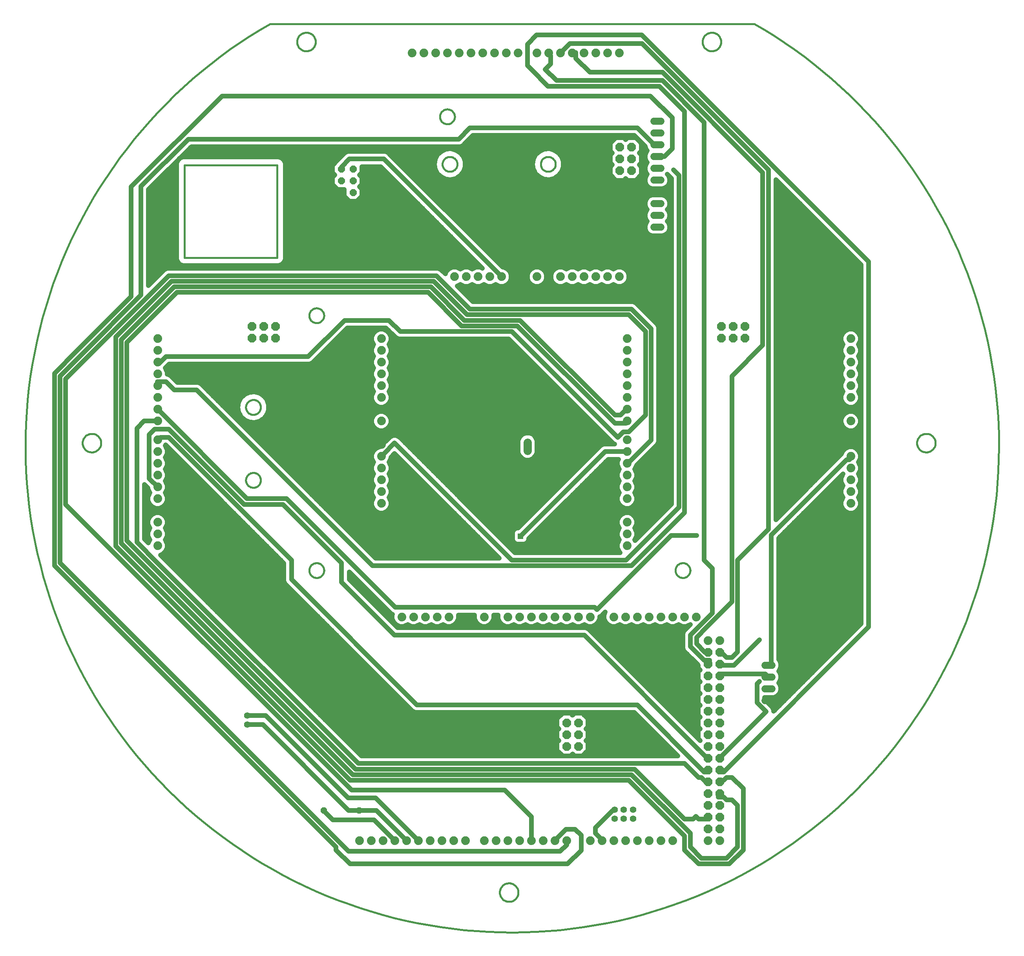
<source format=gbl>
G75*
%MOIN*%
%OFA0B0*%
%FSLAX24Y24*%
%IPPOS*%
%LPD*%
%AMOC8*
5,1,8,0,0,1.08239X$1,22.5*
%
%ADD10C,0.0160*%
%ADD11C,0.0740*%
%ADD12OC8,0.0740*%
%ADD13C,0.0600*%
%ADD14OC8,0.0600*%
%ADD15C,0.0554*%
%ADD16C,0.0705*%
%ADD17C,0.0600*%
%ADD18OC8,0.0520*%
%ADD19C,0.0400*%
%ADD20R,0.0591X0.0591*%
%ADD21C,0.0394*%
%ADD22C,0.0400*%
%ADD23R,0.0475X0.0475*%
D10*
X026639Y032780D02*
X026641Y032830D01*
X026647Y032880D01*
X026657Y032929D01*
X026671Y032977D01*
X026688Y033024D01*
X026709Y033069D01*
X026734Y033113D01*
X026762Y033154D01*
X026794Y033193D01*
X026828Y033230D01*
X026865Y033264D01*
X026905Y033294D01*
X026947Y033321D01*
X026991Y033345D01*
X027037Y033366D01*
X027084Y033382D01*
X027132Y033395D01*
X027182Y033404D01*
X027231Y033409D01*
X027282Y033410D01*
X027332Y033407D01*
X027381Y033400D01*
X027430Y033389D01*
X027478Y033374D01*
X027524Y033356D01*
X027569Y033334D01*
X027612Y033308D01*
X027653Y033279D01*
X027692Y033247D01*
X027728Y033212D01*
X027760Y033174D01*
X027790Y033134D01*
X027817Y033091D01*
X027840Y033047D01*
X027859Y033001D01*
X027875Y032953D01*
X027887Y032904D01*
X027895Y032855D01*
X027899Y032805D01*
X027899Y032755D01*
X027895Y032705D01*
X027887Y032656D01*
X027875Y032607D01*
X027859Y032559D01*
X027840Y032513D01*
X027817Y032469D01*
X027790Y032426D01*
X027760Y032386D01*
X027728Y032348D01*
X027692Y032313D01*
X027653Y032281D01*
X027612Y032252D01*
X027569Y032226D01*
X027524Y032204D01*
X027478Y032186D01*
X027430Y032171D01*
X027381Y032160D01*
X027332Y032153D01*
X027282Y032150D01*
X027231Y032151D01*
X027182Y032156D01*
X027132Y032165D01*
X027084Y032178D01*
X027037Y032194D01*
X026991Y032215D01*
X026947Y032239D01*
X026905Y032266D01*
X026865Y032296D01*
X026828Y032330D01*
X026794Y032367D01*
X026762Y032406D01*
X026734Y032447D01*
X026709Y032491D01*
X026688Y032536D01*
X026671Y032583D01*
X026657Y032631D01*
X026647Y032680D01*
X026641Y032730D01*
X026639Y032780D01*
X021261Y040446D02*
X021263Y040496D01*
X021269Y040546D01*
X021279Y040595D01*
X021293Y040643D01*
X021310Y040690D01*
X021331Y040735D01*
X021356Y040779D01*
X021384Y040820D01*
X021416Y040859D01*
X021450Y040896D01*
X021487Y040930D01*
X021527Y040960D01*
X021569Y040987D01*
X021613Y041011D01*
X021659Y041032D01*
X021706Y041048D01*
X021754Y041061D01*
X021804Y041070D01*
X021853Y041075D01*
X021904Y041076D01*
X021954Y041073D01*
X022003Y041066D01*
X022052Y041055D01*
X022100Y041040D01*
X022146Y041022D01*
X022191Y041000D01*
X022234Y040974D01*
X022275Y040945D01*
X022314Y040913D01*
X022350Y040878D01*
X022382Y040840D01*
X022412Y040800D01*
X022439Y040757D01*
X022462Y040713D01*
X022481Y040667D01*
X022497Y040619D01*
X022509Y040570D01*
X022517Y040521D01*
X022521Y040471D01*
X022521Y040421D01*
X022517Y040371D01*
X022509Y040322D01*
X022497Y040273D01*
X022481Y040225D01*
X022462Y040179D01*
X022439Y040135D01*
X022412Y040092D01*
X022382Y040052D01*
X022350Y040014D01*
X022314Y039979D01*
X022275Y039947D01*
X022234Y039918D01*
X022191Y039892D01*
X022146Y039870D01*
X022100Y039852D01*
X022052Y039837D01*
X022003Y039826D01*
X021954Y039819D01*
X021904Y039816D01*
X021853Y039817D01*
X021804Y039822D01*
X021754Y039831D01*
X021706Y039844D01*
X021659Y039860D01*
X021613Y039881D01*
X021569Y039905D01*
X021527Y039932D01*
X021487Y039962D01*
X021450Y039996D01*
X021416Y040033D01*
X021384Y040072D01*
X021356Y040113D01*
X021331Y040157D01*
X021310Y040202D01*
X021293Y040249D01*
X021279Y040297D01*
X021269Y040346D01*
X021263Y040396D01*
X021261Y040446D01*
X021261Y046643D02*
X021263Y046693D01*
X021269Y046743D01*
X021279Y046792D01*
X021293Y046840D01*
X021310Y046887D01*
X021331Y046932D01*
X021356Y046976D01*
X021384Y047017D01*
X021416Y047056D01*
X021450Y047093D01*
X021487Y047127D01*
X021527Y047157D01*
X021569Y047184D01*
X021613Y047208D01*
X021659Y047229D01*
X021706Y047245D01*
X021754Y047258D01*
X021804Y047267D01*
X021853Y047272D01*
X021904Y047273D01*
X021954Y047270D01*
X022003Y047263D01*
X022052Y047252D01*
X022100Y047237D01*
X022146Y047219D01*
X022191Y047197D01*
X022234Y047171D01*
X022275Y047142D01*
X022314Y047110D01*
X022350Y047075D01*
X022382Y047037D01*
X022412Y046997D01*
X022439Y046954D01*
X022462Y046910D01*
X022481Y046864D01*
X022497Y046816D01*
X022509Y046767D01*
X022517Y046718D01*
X022521Y046668D01*
X022521Y046618D01*
X022517Y046568D01*
X022509Y046519D01*
X022497Y046470D01*
X022481Y046422D01*
X022462Y046376D01*
X022439Y046332D01*
X022412Y046289D01*
X022382Y046249D01*
X022350Y046211D01*
X022314Y046176D01*
X022275Y046144D01*
X022234Y046115D01*
X022191Y046089D01*
X022146Y046067D01*
X022100Y046049D01*
X022052Y046034D01*
X022003Y046023D01*
X021954Y046016D01*
X021904Y046013D01*
X021853Y046014D01*
X021804Y046019D01*
X021754Y046028D01*
X021706Y046041D01*
X021659Y046057D01*
X021613Y046078D01*
X021569Y046102D01*
X021527Y046129D01*
X021487Y046159D01*
X021450Y046193D01*
X021416Y046230D01*
X021384Y046269D01*
X021356Y046310D01*
X021331Y046354D01*
X021310Y046399D01*
X021293Y046446D01*
X021279Y046494D01*
X021269Y046543D01*
X021263Y046593D01*
X021261Y046643D01*
X026639Y054434D02*
X026641Y054484D01*
X026647Y054534D01*
X026657Y054583D01*
X026671Y054631D01*
X026688Y054678D01*
X026709Y054723D01*
X026734Y054767D01*
X026762Y054808D01*
X026794Y054847D01*
X026828Y054884D01*
X026865Y054918D01*
X026905Y054948D01*
X026947Y054975D01*
X026991Y054999D01*
X027037Y055020D01*
X027084Y055036D01*
X027132Y055049D01*
X027182Y055058D01*
X027231Y055063D01*
X027282Y055064D01*
X027332Y055061D01*
X027381Y055054D01*
X027430Y055043D01*
X027478Y055028D01*
X027524Y055010D01*
X027569Y054988D01*
X027612Y054962D01*
X027653Y054933D01*
X027692Y054901D01*
X027728Y054866D01*
X027760Y054828D01*
X027790Y054788D01*
X027817Y054745D01*
X027840Y054701D01*
X027859Y054655D01*
X027875Y054607D01*
X027887Y054558D01*
X027895Y054509D01*
X027899Y054459D01*
X027899Y054409D01*
X027895Y054359D01*
X027887Y054310D01*
X027875Y054261D01*
X027859Y054213D01*
X027840Y054167D01*
X027817Y054123D01*
X027790Y054080D01*
X027760Y054040D01*
X027728Y054002D01*
X027692Y053967D01*
X027653Y053935D01*
X027612Y053906D01*
X027569Y053880D01*
X027524Y053858D01*
X027478Y053840D01*
X027430Y053825D01*
X027381Y053814D01*
X027332Y053807D01*
X027282Y053804D01*
X027231Y053805D01*
X027182Y053810D01*
X027132Y053819D01*
X027084Y053832D01*
X027037Y053848D01*
X026991Y053869D01*
X026947Y053893D01*
X026905Y053920D01*
X026865Y053950D01*
X026828Y053984D01*
X026794Y054021D01*
X026762Y054060D01*
X026734Y054101D01*
X026709Y054145D01*
X026688Y054190D01*
X026671Y054237D01*
X026657Y054285D01*
X026647Y054334D01*
X026641Y054384D01*
X026639Y054434D01*
X023922Y059355D02*
X016048Y059355D01*
X016048Y067229D01*
X023922Y067229D01*
X023922Y059355D01*
X037741Y071335D02*
X037743Y071385D01*
X037749Y071435D01*
X037759Y071484D01*
X037773Y071532D01*
X037790Y071579D01*
X037811Y071624D01*
X037836Y071668D01*
X037864Y071709D01*
X037896Y071748D01*
X037930Y071785D01*
X037967Y071819D01*
X038007Y071849D01*
X038049Y071876D01*
X038093Y071900D01*
X038139Y071921D01*
X038186Y071937D01*
X038234Y071950D01*
X038284Y071959D01*
X038333Y071964D01*
X038384Y071965D01*
X038434Y071962D01*
X038483Y071955D01*
X038532Y071944D01*
X038580Y071929D01*
X038626Y071911D01*
X038671Y071889D01*
X038714Y071863D01*
X038755Y071834D01*
X038794Y071802D01*
X038830Y071767D01*
X038862Y071729D01*
X038892Y071689D01*
X038919Y071646D01*
X038942Y071602D01*
X038961Y071556D01*
X038977Y071508D01*
X038989Y071459D01*
X038997Y071410D01*
X039001Y071360D01*
X039001Y071310D01*
X038997Y071260D01*
X038989Y071211D01*
X038977Y071162D01*
X038961Y071114D01*
X038942Y071068D01*
X038919Y071024D01*
X038892Y070981D01*
X038862Y070941D01*
X038830Y070903D01*
X038794Y070868D01*
X038755Y070836D01*
X038714Y070807D01*
X038671Y070781D01*
X038626Y070759D01*
X038580Y070741D01*
X038532Y070726D01*
X038483Y070715D01*
X038434Y070708D01*
X038384Y070705D01*
X038333Y070706D01*
X038284Y070711D01*
X038234Y070720D01*
X038186Y070733D01*
X038139Y070749D01*
X038093Y070770D01*
X038049Y070794D01*
X038007Y070821D01*
X037967Y070851D01*
X037930Y070885D01*
X037896Y070922D01*
X037864Y070961D01*
X037836Y071002D01*
X037811Y071046D01*
X037790Y071091D01*
X037773Y071138D01*
X037759Y071186D01*
X037749Y071235D01*
X037743Y071285D01*
X037741Y071335D01*
X037953Y067296D02*
X037955Y067346D01*
X037961Y067396D01*
X037971Y067445D01*
X037985Y067493D01*
X038002Y067540D01*
X038023Y067585D01*
X038048Y067629D01*
X038076Y067670D01*
X038108Y067709D01*
X038142Y067746D01*
X038179Y067780D01*
X038219Y067810D01*
X038261Y067837D01*
X038305Y067861D01*
X038351Y067882D01*
X038398Y067898D01*
X038446Y067911D01*
X038496Y067920D01*
X038545Y067925D01*
X038596Y067926D01*
X038646Y067923D01*
X038695Y067916D01*
X038744Y067905D01*
X038792Y067890D01*
X038838Y067872D01*
X038883Y067850D01*
X038926Y067824D01*
X038967Y067795D01*
X039006Y067763D01*
X039042Y067728D01*
X039074Y067690D01*
X039104Y067650D01*
X039131Y067607D01*
X039154Y067563D01*
X039173Y067517D01*
X039189Y067469D01*
X039201Y067420D01*
X039209Y067371D01*
X039213Y067321D01*
X039213Y067271D01*
X039209Y067221D01*
X039201Y067172D01*
X039189Y067123D01*
X039173Y067075D01*
X039154Y067029D01*
X039131Y066985D01*
X039104Y066942D01*
X039074Y066902D01*
X039042Y066864D01*
X039006Y066829D01*
X038967Y066797D01*
X038926Y066768D01*
X038883Y066742D01*
X038838Y066720D01*
X038792Y066702D01*
X038744Y066687D01*
X038695Y066676D01*
X038646Y066669D01*
X038596Y066666D01*
X038545Y066667D01*
X038496Y066672D01*
X038446Y066681D01*
X038398Y066694D01*
X038351Y066710D01*
X038305Y066731D01*
X038261Y066755D01*
X038219Y066782D01*
X038179Y066812D01*
X038142Y066846D01*
X038108Y066883D01*
X038076Y066922D01*
X038048Y066963D01*
X038023Y067007D01*
X038002Y067052D01*
X037985Y067099D01*
X037971Y067147D01*
X037961Y067196D01*
X037955Y067246D01*
X037953Y067296D01*
X046300Y067296D02*
X046302Y067346D01*
X046308Y067396D01*
X046318Y067445D01*
X046332Y067493D01*
X046349Y067540D01*
X046370Y067585D01*
X046395Y067629D01*
X046423Y067670D01*
X046455Y067709D01*
X046489Y067746D01*
X046526Y067780D01*
X046566Y067810D01*
X046608Y067837D01*
X046652Y067861D01*
X046698Y067882D01*
X046745Y067898D01*
X046793Y067911D01*
X046843Y067920D01*
X046892Y067925D01*
X046943Y067926D01*
X046993Y067923D01*
X047042Y067916D01*
X047091Y067905D01*
X047139Y067890D01*
X047185Y067872D01*
X047230Y067850D01*
X047273Y067824D01*
X047314Y067795D01*
X047353Y067763D01*
X047389Y067728D01*
X047421Y067690D01*
X047451Y067650D01*
X047478Y067607D01*
X047501Y067563D01*
X047520Y067517D01*
X047536Y067469D01*
X047548Y067420D01*
X047556Y067371D01*
X047560Y067321D01*
X047560Y067271D01*
X047556Y067221D01*
X047548Y067172D01*
X047536Y067123D01*
X047520Y067075D01*
X047501Y067029D01*
X047478Y066985D01*
X047451Y066942D01*
X047421Y066902D01*
X047389Y066864D01*
X047353Y066829D01*
X047314Y066797D01*
X047273Y066768D01*
X047230Y066742D01*
X047185Y066720D01*
X047139Y066702D01*
X047091Y066687D01*
X047042Y066676D01*
X046993Y066669D01*
X046943Y066666D01*
X046892Y066667D01*
X046843Y066672D01*
X046793Y066681D01*
X046745Y066694D01*
X046698Y066710D01*
X046652Y066731D01*
X046608Y066755D01*
X046566Y066782D01*
X046526Y066812D01*
X046489Y066846D01*
X046455Y066883D01*
X046423Y066922D01*
X046395Y066963D01*
X046370Y067007D01*
X046349Y067052D01*
X046332Y067099D01*
X046318Y067147D01*
X046308Y067196D01*
X046302Y067246D01*
X046300Y067296D01*
X060037Y077694D02*
X060039Y077750D01*
X060045Y077805D01*
X060055Y077859D01*
X060068Y077913D01*
X060086Y077966D01*
X060107Y078017D01*
X060131Y078067D01*
X060159Y078115D01*
X060191Y078161D01*
X060225Y078205D01*
X060263Y078246D01*
X060303Y078284D01*
X060346Y078319D01*
X060391Y078351D01*
X060439Y078380D01*
X060488Y078406D01*
X060539Y078428D01*
X060591Y078446D01*
X060645Y078460D01*
X060700Y078471D01*
X060755Y078478D01*
X060810Y078481D01*
X060866Y078480D01*
X060921Y078475D01*
X060976Y078466D01*
X061030Y078454D01*
X061083Y078437D01*
X061135Y078417D01*
X061185Y078393D01*
X061233Y078366D01*
X061280Y078336D01*
X061324Y078302D01*
X061366Y078265D01*
X061404Y078225D01*
X061441Y078183D01*
X061474Y078138D01*
X061503Y078092D01*
X061530Y078043D01*
X061552Y077992D01*
X061572Y077940D01*
X061587Y077886D01*
X061599Y077832D01*
X061607Y077777D01*
X061611Y077722D01*
X061611Y077666D01*
X061607Y077611D01*
X061599Y077556D01*
X061587Y077502D01*
X061572Y077448D01*
X061552Y077396D01*
X061530Y077345D01*
X061503Y077296D01*
X061474Y077250D01*
X061441Y077205D01*
X061404Y077163D01*
X061366Y077123D01*
X061324Y077086D01*
X061280Y077052D01*
X061233Y077022D01*
X061185Y076995D01*
X061135Y076971D01*
X061083Y076951D01*
X061030Y076934D01*
X060976Y076922D01*
X060921Y076913D01*
X060866Y076908D01*
X060810Y076907D01*
X060755Y076910D01*
X060700Y076917D01*
X060645Y076928D01*
X060591Y076942D01*
X060539Y076960D01*
X060488Y076982D01*
X060439Y077008D01*
X060391Y077037D01*
X060346Y077069D01*
X060303Y077104D01*
X060263Y077142D01*
X060225Y077183D01*
X060191Y077227D01*
X060159Y077273D01*
X060131Y077321D01*
X060107Y077371D01*
X060086Y077422D01*
X060068Y077475D01*
X060055Y077529D01*
X060045Y077583D01*
X060039Y077638D01*
X060037Y077694D01*
X064438Y079225D02*
X023304Y079225D01*
X025604Y077694D02*
X025606Y077750D01*
X025612Y077805D01*
X025622Y077859D01*
X025635Y077913D01*
X025653Y077966D01*
X025674Y078017D01*
X025698Y078067D01*
X025726Y078115D01*
X025758Y078161D01*
X025792Y078205D01*
X025830Y078246D01*
X025870Y078284D01*
X025913Y078319D01*
X025958Y078351D01*
X026006Y078380D01*
X026055Y078406D01*
X026106Y078428D01*
X026158Y078446D01*
X026212Y078460D01*
X026267Y078471D01*
X026322Y078478D01*
X026377Y078481D01*
X026433Y078480D01*
X026488Y078475D01*
X026543Y078466D01*
X026597Y078454D01*
X026650Y078437D01*
X026702Y078417D01*
X026752Y078393D01*
X026800Y078366D01*
X026847Y078336D01*
X026891Y078302D01*
X026933Y078265D01*
X026971Y078225D01*
X027008Y078183D01*
X027041Y078138D01*
X027070Y078092D01*
X027097Y078043D01*
X027119Y077992D01*
X027139Y077940D01*
X027154Y077886D01*
X027166Y077832D01*
X027174Y077777D01*
X027178Y077722D01*
X027178Y077666D01*
X027174Y077611D01*
X027166Y077556D01*
X027154Y077502D01*
X027139Y077448D01*
X027119Y077396D01*
X027097Y077345D01*
X027070Y077296D01*
X027041Y077250D01*
X027008Y077205D01*
X026971Y077163D01*
X026933Y077123D01*
X026891Y077086D01*
X026847Y077052D01*
X026800Y077022D01*
X026752Y076995D01*
X026702Y076971D01*
X026650Y076951D01*
X026597Y076934D01*
X026543Y076922D01*
X026488Y076913D01*
X026433Y076908D01*
X026377Y076907D01*
X026322Y076910D01*
X026267Y076917D01*
X026212Y076928D01*
X026158Y076942D01*
X026106Y076960D01*
X026055Y076982D01*
X026006Y077008D01*
X025958Y077037D01*
X025913Y077069D01*
X025870Y077104D01*
X025830Y077142D01*
X025792Y077183D01*
X025758Y077227D01*
X025726Y077273D01*
X025698Y077321D01*
X025674Y077371D01*
X025653Y077422D01*
X025635Y077475D01*
X025622Y077529D01*
X025612Y077583D01*
X025606Y077638D01*
X025604Y077694D01*
X007387Y043607D02*
X007389Y043663D01*
X007395Y043718D01*
X007405Y043772D01*
X007418Y043826D01*
X007436Y043879D01*
X007457Y043930D01*
X007481Y043980D01*
X007509Y044028D01*
X007541Y044074D01*
X007575Y044118D01*
X007613Y044159D01*
X007653Y044197D01*
X007696Y044232D01*
X007741Y044264D01*
X007789Y044293D01*
X007838Y044319D01*
X007889Y044341D01*
X007941Y044359D01*
X007995Y044373D01*
X008050Y044384D01*
X008105Y044391D01*
X008160Y044394D01*
X008216Y044393D01*
X008271Y044388D01*
X008326Y044379D01*
X008380Y044367D01*
X008433Y044350D01*
X008485Y044330D01*
X008535Y044306D01*
X008583Y044279D01*
X008630Y044249D01*
X008674Y044215D01*
X008716Y044178D01*
X008754Y044138D01*
X008791Y044096D01*
X008824Y044051D01*
X008853Y044005D01*
X008880Y043956D01*
X008902Y043905D01*
X008922Y043853D01*
X008937Y043799D01*
X008949Y043745D01*
X008957Y043690D01*
X008961Y043635D01*
X008961Y043579D01*
X008957Y043524D01*
X008949Y043469D01*
X008937Y043415D01*
X008922Y043361D01*
X008902Y043309D01*
X008880Y043258D01*
X008853Y043209D01*
X008824Y043163D01*
X008791Y043118D01*
X008754Y043076D01*
X008716Y043036D01*
X008674Y042999D01*
X008630Y042965D01*
X008583Y042935D01*
X008535Y042908D01*
X008485Y042884D01*
X008433Y042864D01*
X008380Y042847D01*
X008326Y042835D01*
X008271Y042826D01*
X008216Y042821D01*
X008160Y042820D01*
X008105Y042823D01*
X008050Y042830D01*
X007995Y042841D01*
X007941Y042855D01*
X007889Y042873D01*
X007838Y042895D01*
X007789Y042921D01*
X007741Y042950D01*
X007696Y042982D01*
X007653Y043017D01*
X007613Y043055D01*
X007575Y043096D01*
X007541Y043140D01*
X007509Y043186D01*
X007481Y043234D01*
X007457Y043284D01*
X007436Y043335D01*
X007418Y043388D01*
X007405Y043442D01*
X007395Y043496D01*
X007389Y043551D01*
X007387Y043607D01*
X023304Y079226D02*
X022432Y078711D01*
X021573Y078175D01*
X020727Y077619D01*
X019895Y077042D01*
X019077Y076444D01*
X018274Y075827D01*
X017487Y075191D01*
X016716Y074535D01*
X015960Y073860D01*
X015222Y073168D01*
X014501Y072457D01*
X013797Y071729D01*
X013111Y070984D01*
X012444Y070222D01*
X011796Y069445D01*
X011167Y068651D01*
X010557Y067843D01*
X009968Y067019D01*
X009399Y066182D01*
X008850Y065331D01*
X008323Y064467D01*
X007817Y063590D01*
X007332Y062701D01*
X006870Y061800D01*
X006429Y060888D01*
X006011Y059966D01*
X005616Y059034D01*
X005244Y058092D01*
X004895Y057142D01*
X004569Y056183D01*
X004267Y055216D01*
X003989Y054243D01*
X003734Y053263D01*
X003504Y052277D01*
X003298Y051286D01*
X003116Y050289D01*
X002959Y049289D01*
X002826Y048285D01*
X002718Y047279D01*
X002634Y046270D01*
X002575Y045259D01*
X002541Y044247D01*
X002532Y043234D01*
X002548Y042222D01*
X002588Y041210D01*
X002653Y040200D01*
X002743Y039191D01*
X002858Y038185D01*
X002997Y037182D01*
X003161Y036183D01*
X003349Y035188D01*
X003561Y034198D01*
X003798Y033214D01*
X004059Y032235D01*
X004343Y031264D01*
X004651Y030299D01*
X004983Y029343D01*
X005338Y028394D01*
X005717Y027455D01*
X006118Y026525D01*
X006542Y025606D01*
X006988Y024697D01*
X007456Y023799D01*
X007946Y022913D01*
X008458Y022039D01*
X008991Y021179D01*
X009545Y020331D01*
X010119Y019497D01*
X010714Y018678D01*
X011328Y017873D01*
X011963Y017084D01*
X012616Y016310D01*
X013288Y015553D01*
X013978Y014812D01*
X014686Y014088D01*
X015412Y013382D01*
X016155Y012694D01*
X016915Y012025D01*
X017690Y011374D01*
X018482Y010742D01*
X019288Y010130D01*
X020110Y009538D01*
X020945Y008966D01*
X021795Y008415D01*
X022657Y007885D01*
X023533Y007376D01*
X024420Y006889D01*
X025319Y006423D01*
X026230Y005980D01*
X027151Y005559D01*
X028082Y005161D01*
X029022Y004786D01*
X029971Y004434D01*
X030929Y004105D01*
X031895Y003800D01*
X032867Y003518D01*
X033846Y003261D01*
X034832Y003027D01*
X035822Y002818D01*
X036818Y002633D01*
X037818Y002473D01*
X038821Y002337D01*
X039827Y002225D01*
X040836Y002139D01*
X041847Y002077D01*
X042859Y002039D01*
X043871Y002027D01*
X044883Y002039D01*
X045895Y002077D01*
X046906Y002139D01*
X047915Y002225D01*
X048921Y002337D01*
X049924Y002473D01*
X050924Y002633D01*
X051920Y002818D01*
X052910Y003027D01*
X053896Y003261D01*
X054875Y003518D01*
X055847Y003800D01*
X056813Y004105D01*
X057771Y004434D01*
X058720Y004786D01*
X059660Y005161D01*
X060591Y005559D01*
X061512Y005980D01*
X062423Y006423D01*
X063322Y006889D01*
X064209Y007376D01*
X065085Y007885D01*
X065947Y008415D01*
X066797Y008966D01*
X067632Y009538D01*
X068454Y010130D01*
X069260Y010742D01*
X070052Y011374D01*
X070827Y012025D01*
X071587Y012694D01*
X072330Y013382D01*
X073056Y014088D01*
X073764Y014812D01*
X074454Y015553D01*
X075126Y016310D01*
X075779Y017084D01*
X076414Y017873D01*
X077028Y018678D01*
X077623Y019497D01*
X078197Y020331D01*
X078751Y021179D01*
X079284Y022039D01*
X079796Y022913D01*
X080286Y023799D01*
X080754Y024697D01*
X081200Y025606D01*
X081624Y026525D01*
X082025Y027455D01*
X082404Y028394D01*
X082759Y029343D01*
X083091Y030299D01*
X083399Y031264D01*
X083683Y032235D01*
X083944Y033214D01*
X084181Y034198D01*
X084393Y035188D01*
X084581Y036183D01*
X084745Y037182D01*
X084884Y038185D01*
X084999Y039191D01*
X085089Y040200D01*
X085154Y041210D01*
X085194Y042222D01*
X085210Y043234D01*
X085201Y044247D01*
X085167Y045259D01*
X085108Y046270D01*
X085024Y047279D01*
X084916Y048285D01*
X084783Y049289D01*
X084626Y050289D01*
X084444Y051286D01*
X084238Y052277D01*
X084008Y053263D01*
X083753Y054243D01*
X083475Y055216D01*
X083173Y056183D01*
X082847Y057142D01*
X082498Y058092D01*
X082126Y059034D01*
X081731Y059966D01*
X081313Y060888D01*
X080872Y061800D01*
X080410Y062701D01*
X079925Y063590D01*
X079419Y064467D01*
X078892Y065331D01*
X078343Y066182D01*
X077774Y067019D01*
X077185Y067843D01*
X076575Y068651D01*
X075946Y069445D01*
X075298Y070222D01*
X074631Y070984D01*
X073945Y071729D01*
X073241Y072457D01*
X072520Y073168D01*
X071782Y073860D01*
X071026Y074535D01*
X070255Y075191D01*
X069468Y075827D01*
X068665Y076444D01*
X067847Y077042D01*
X067015Y077619D01*
X066169Y078175D01*
X065310Y078711D01*
X064438Y079226D01*
X078253Y043607D02*
X078255Y043663D01*
X078261Y043718D01*
X078271Y043772D01*
X078284Y043826D01*
X078302Y043879D01*
X078323Y043930D01*
X078347Y043980D01*
X078375Y044028D01*
X078407Y044074D01*
X078441Y044118D01*
X078479Y044159D01*
X078519Y044197D01*
X078562Y044232D01*
X078607Y044264D01*
X078655Y044293D01*
X078704Y044319D01*
X078755Y044341D01*
X078807Y044359D01*
X078861Y044373D01*
X078916Y044384D01*
X078971Y044391D01*
X079026Y044394D01*
X079082Y044393D01*
X079137Y044388D01*
X079192Y044379D01*
X079246Y044367D01*
X079299Y044350D01*
X079351Y044330D01*
X079401Y044306D01*
X079449Y044279D01*
X079496Y044249D01*
X079540Y044215D01*
X079582Y044178D01*
X079620Y044138D01*
X079657Y044096D01*
X079690Y044051D01*
X079719Y044005D01*
X079746Y043956D01*
X079768Y043905D01*
X079788Y043853D01*
X079803Y043799D01*
X079815Y043745D01*
X079823Y043690D01*
X079827Y043635D01*
X079827Y043579D01*
X079823Y043524D01*
X079815Y043469D01*
X079803Y043415D01*
X079788Y043361D01*
X079768Y043309D01*
X079746Y043258D01*
X079719Y043209D01*
X079690Y043163D01*
X079657Y043118D01*
X079620Y043076D01*
X079582Y043036D01*
X079540Y042999D01*
X079496Y042965D01*
X079449Y042935D01*
X079401Y042908D01*
X079351Y042884D01*
X079299Y042864D01*
X079246Y042847D01*
X079192Y042835D01*
X079137Y042826D01*
X079082Y042821D01*
X079026Y042820D01*
X078971Y042823D01*
X078916Y042830D01*
X078861Y042841D01*
X078807Y042855D01*
X078755Y042873D01*
X078704Y042895D01*
X078655Y042921D01*
X078607Y042950D01*
X078562Y042982D01*
X078519Y043017D01*
X078479Y043055D01*
X078441Y043096D01*
X078407Y043140D01*
X078375Y043186D01*
X078347Y043234D01*
X078323Y043284D01*
X078302Y043335D01*
X078284Y043388D01*
X078271Y043442D01*
X078261Y043496D01*
X078255Y043551D01*
X078253Y043607D01*
X057741Y032780D02*
X057743Y032830D01*
X057749Y032880D01*
X057759Y032929D01*
X057773Y032977D01*
X057790Y033024D01*
X057811Y033069D01*
X057836Y033113D01*
X057864Y033154D01*
X057896Y033193D01*
X057930Y033230D01*
X057967Y033264D01*
X058007Y033294D01*
X058049Y033321D01*
X058093Y033345D01*
X058139Y033366D01*
X058186Y033382D01*
X058234Y033395D01*
X058284Y033404D01*
X058333Y033409D01*
X058384Y033410D01*
X058434Y033407D01*
X058483Y033400D01*
X058532Y033389D01*
X058580Y033374D01*
X058626Y033356D01*
X058671Y033334D01*
X058714Y033308D01*
X058755Y033279D01*
X058794Y033247D01*
X058830Y033212D01*
X058862Y033174D01*
X058892Y033134D01*
X058919Y033091D01*
X058942Y033047D01*
X058961Y033001D01*
X058977Y032953D01*
X058989Y032904D01*
X058997Y032855D01*
X059001Y032805D01*
X059001Y032755D01*
X058997Y032705D01*
X058989Y032656D01*
X058977Y032607D01*
X058961Y032559D01*
X058942Y032513D01*
X058919Y032469D01*
X058892Y032426D01*
X058862Y032386D01*
X058830Y032348D01*
X058794Y032313D01*
X058755Y032281D01*
X058714Y032252D01*
X058671Y032226D01*
X058626Y032204D01*
X058580Y032186D01*
X058532Y032171D01*
X058483Y032160D01*
X058434Y032153D01*
X058384Y032150D01*
X058333Y032151D01*
X058284Y032156D01*
X058234Y032165D01*
X058186Y032178D01*
X058139Y032194D01*
X058093Y032215D01*
X058049Y032239D01*
X058007Y032266D01*
X057967Y032296D01*
X057930Y032330D01*
X057896Y032367D01*
X057864Y032406D01*
X057836Y032447D01*
X057811Y032491D01*
X057790Y032536D01*
X057773Y032583D01*
X057759Y032631D01*
X057749Y032680D01*
X057743Y032730D01*
X057741Y032780D01*
X042820Y005418D02*
X042822Y005474D01*
X042828Y005529D01*
X042838Y005583D01*
X042851Y005637D01*
X042869Y005690D01*
X042890Y005741D01*
X042914Y005791D01*
X042942Y005839D01*
X042974Y005885D01*
X043008Y005929D01*
X043046Y005970D01*
X043086Y006008D01*
X043129Y006043D01*
X043174Y006075D01*
X043222Y006104D01*
X043271Y006130D01*
X043322Y006152D01*
X043374Y006170D01*
X043428Y006184D01*
X043483Y006195D01*
X043538Y006202D01*
X043593Y006205D01*
X043649Y006204D01*
X043704Y006199D01*
X043759Y006190D01*
X043813Y006178D01*
X043866Y006161D01*
X043918Y006141D01*
X043968Y006117D01*
X044016Y006090D01*
X044063Y006060D01*
X044107Y006026D01*
X044149Y005989D01*
X044187Y005949D01*
X044224Y005907D01*
X044257Y005862D01*
X044286Y005816D01*
X044313Y005767D01*
X044335Y005716D01*
X044355Y005664D01*
X044370Y005610D01*
X044382Y005556D01*
X044390Y005501D01*
X044394Y005446D01*
X044394Y005390D01*
X044390Y005335D01*
X044382Y005280D01*
X044370Y005226D01*
X044355Y005172D01*
X044335Y005120D01*
X044313Y005069D01*
X044286Y005020D01*
X044257Y004974D01*
X044224Y004929D01*
X044187Y004887D01*
X044149Y004847D01*
X044107Y004810D01*
X044063Y004776D01*
X044016Y004746D01*
X043968Y004719D01*
X043918Y004695D01*
X043866Y004675D01*
X043813Y004658D01*
X043759Y004646D01*
X043704Y004637D01*
X043649Y004632D01*
X043593Y004631D01*
X043538Y004634D01*
X043483Y004641D01*
X043428Y004652D01*
X043374Y004666D01*
X043322Y004684D01*
X043271Y004706D01*
X043222Y004732D01*
X043174Y004761D01*
X043129Y004793D01*
X043086Y004828D01*
X043046Y004866D01*
X043008Y004907D01*
X042974Y004951D01*
X042942Y004997D01*
X042914Y005045D01*
X042890Y005095D01*
X042869Y005146D01*
X042851Y005199D01*
X042838Y005253D01*
X042828Y005307D01*
X042822Y005362D01*
X042820Y005418D01*
D11*
X042501Y009828D03*
X043501Y009828D03*
X044501Y009828D03*
X045501Y009828D03*
X046501Y009828D03*
X047501Y009828D03*
X048501Y009828D03*
X050501Y009828D03*
X051501Y009828D03*
X052501Y009828D03*
X053501Y009828D03*
X054501Y009828D03*
X055501Y009828D03*
X056501Y009828D03*
X057501Y009828D03*
X060501Y009828D03*
X061501Y009828D03*
X061501Y026828D03*
X060501Y026828D03*
X059501Y028828D03*
X058501Y028828D03*
X057501Y028828D03*
X056501Y028828D03*
X055501Y028828D03*
X054501Y028828D03*
X053501Y028828D03*
X052501Y028828D03*
X050501Y028828D03*
X049501Y028828D03*
X048501Y028828D03*
X047501Y028828D03*
X046501Y028828D03*
X045501Y028828D03*
X044501Y028828D03*
X043501Y028828D03*
X041501Y028828D03*
X040501Y028828D03*
X039501Y028828D03*
X038501Y028828D03*
X037501Y028828D03*
X036501Y028828D03*
X035501Y028828D03*
X034501Y028828D03*
X032765Y038465D03*
X032765Y039465D03*
X032765Y040465D03*
X032765Y041465D03*
X032765Y042465D03*
X032765Y043465D03*
X032765Y044465D03*
X032765Y045465D03*
X032765Y047465D03*
X032765Y048465D03*
X032765Y049465D03*
X032765Y050465D03*
X032765Y051465D03*
X032765Y052465D03*
X038980Y057732D03*
X039980Y057732D03*
X040980Y057732D03*
X041980Y057732D03*
X042980Y057732D03*
X043980Y057732D03*
X044980Y057732D03*
X045980Y057732D03*
X047980Y057732D03*
X048980Y057732D03*
X049980Y057732D03*
X050980Y057732D03*
X051980Y057732D03*
X052980Y057732D03*
X053639Y052465D03*
X053639Y051465D03*
X053639Y050465D03*
X053639Y049465D03*
X053639Y048465D03*
X053639Y047465D03*
X053639Y046465D03*
X053639Y045465D03*
X053639Y043865D03*
X053639Y042865D03*
X053639Y041865D03*
X053639Y040865D03*
X053639Y039865D03*
X053639Y038865D03*
X053639Y037865D03*
X053639Y036865D03*
X053639Y035865D03*
X053639Y034865D03*
X072639Y038465D03*
X072639Y039465D03*
X072639Y040465D03*
X072639Y041465D03*
X072639Y042465D03*
X072639Y043465D03*
X072639Y044465D03*
X072639Y045465D03*
X072639Y047465D03*
X072639Y048465D03*
X072639Y049465D03*
X072639Y050465D03*
X072639Y051465D03*
X072639Y052465D03*
X052980Y076732D03*
X051980Y076732D03*
X050980Y076732D03*
X049980Y076732D03*
X048980Y076732D03*
X047980Y076732D03*
X046980Y076732D03*
X045980Y076732D03*
X044380Y076732D03*
X043380Y076732D03*
X042380Y076732D03*
X041380Y076732D03*
X040380Y076732D03*
X039380Y076732D03*
X038380Y076732D03*
X037380Y076732D03*
X036380Y076732D03*
X035380Y076732D03*
X013765Y052465D03*
X013765Y051465D03*
X013765Y050465D03*
X013765Y049465D03*
X013765Y048465D03*
X013765Y047465D03*
X013765Y046465D03*
X013765Y045465D03*
X013765Y043865D03*
X013765Y042865D03*
X013765Y041865D03*
X013765Y040865D03*
X013765Y039865D03*
X013765Y038865D03*
X013765Y037865D03*
X013765Y036865D03*
X013765Y035865D03*
X013765Y034865D03*
X030901Y009828D03*
X031901Y009828D03*
X032901Y009828D03*
X033901Y009828D03*
X034901Y009828D03*
X035901Y009828D03*
X036901Y009828D03*
X037901Y009828D03*
X038901Y009828D03*
X039901Y009828D03*
X041501Y009828D03*
D12*
X048501Y017828D03*
X048501Y018828D03*
X048501Y019828D03*
X049501Y019828D03*
X049501Y018828D03*
X049501Y017828D03*
X060501Y017828D03*
X060501Y018828D03*
X060501Y019828D03*
X060501Y020828D03*
X060501Y021828D03*
X060501Y022828D03*
X061501Y022828D03*
X061501Y021828D03*
X061501Y020828D03*
X061501Y019828D03*
X061501Y018828D03*
X061501Y017828D03*
X061501Y016828D03*
X060501Y016828D03*
X060501Y015828D03*
X061501Y015828D03*
X061501Y014828D03*
X060501Y014828D03*
X060501Y013828D03*
X061501Y013828D03*
X061501Y012828D03*
X060501Y012828D03*
X060501Y011828D03*
X061501Y011828D03*
X061501Y010828D03*
X060501Y010828D03*
X060501Y023828D03*
X060501Y024828D03*
X060501Y025828D03*
X061501Y025828D03*
X061501Y024828D03*
X061501Y023828D03*
X061639Y052515D03*
X062639Y052515D03*
X063639Y052515D03*
X063639Y053515D03*
X062639Y053515D03*
X061639Y053515D03*
X054030Y066732D03*
X053030Y066732D03*
X053030Y067732D03*
X054030Y067732D03*
X054030Y068732D03*
X053030Y068732D03*
X023765Y053515D03*
X023765Y052515D03*
X022765Y052515D03*
X022765Y053515D03*
X021765Y053515D03*
X021765Y052515D03*
D13*
X029366Y064880D03*
D14*
X029366Y065880D03*
X030366Y065880D03*
X030366Y064880D03*
X030366Y066880D03*
X029366Y066880D03*
D15*
X021386Y019673D03*
X021386Y020461D03*
X052567Y012461D03*
X052567Y011674D03*
X053355Y011674D03*
X053355Y012461D03*
X054142Y012461D03*
X054142Y011674D03*
D16*
X045184Y042954D02*
X045184Y043659D01*
X043215Y043659D02*
X043215Y042954D01*
D17*
X055906Y061942D02*
X056506Y061942D01*
X056506Y062942D02*
X055906Y062942D01*
X055906Y063942D02*
X056506Y063942D01*
X056506Y064942D02*
X055906Y064942D01*
X055906Y065942D02*
X056506Y065942D01*
X056506Y066942D02*
X055906Y066942D01*
X055906Y067942D02*
X056506Y067942D01*
X056506Y068942D02*
X055906Y068942D01*
X055906Y069942D02*
X056506Y069942D01*
X056506Y070942D02*
X055906Y070942D01*
X065355Y024729D02*
X065955Y024729D01*
X065955Y023729D02*
X065355Y023729D01*
X065355Y022729D02*
X065955Y022729D01*
X065955Y021729D02*
X065355Y021729D01*
D18*
X030895Y012389D03*
X027895Y012389D03*
D19*
X027895Y012358D01*
X028663Y011589D01*
X032139Y011589D01*
X033901Y009828D01*
X034901Y009828D02*
X032339Y012389D01*
X031102Y012389D01*
X031097Y012394D01*
X029986Y012394D01*
X022707Y019673D01*
X021386Y019673D01*
X021386Y020461D02*
X022931Y020461D01*
X029961Y013432D01*
X032297Y013432D01*
X035901Y009828D01*
X031102Y012389D02*
X030895Y012389D01*
X030244Y014100D02*
X043235Y014100D01*
X045501Y011835D01*
X045501Y011397D01*
X045501Y011198D01*
X045501Y009828D01*
X047501Y009830D02*
X047501Y009828D01*
X047501Y009830D02*
X048441Y010770D01*
X049226Y010770D01*
X049733Y010263D01*
X049733Y008994D01*
X048581Y007843D01*
X047962Y008913D02*
X048501Y009452D01*
X048501Y009828D01*
X048501Y009657D01*
X047962Y008913D02*
X029983Y008913D01*
X029396Y009501D01*
X030244Y014100D02*
X029870Y014474D01*
X031081Y017006D02*
X057939Y017006D01*
X054238Y020706D01*
X035664Y020706D01*
X035430Y020803D01*
X035251Y020982D01*
X035251Y020982D01*
X024593Y031641D01*
X024496Y031875D01*
X024496Y033396D01*
X014461Y043430D01*
X014451Y043407D01*
X014410Y043365D01*
X014451Y043324D01*
X014575Y043026D01*
X014575Y042704D01*
X014451Y042407D01*
X014410Y042365D01*
X014451Y042324D01*
X014575Y042026D01*
X014575Y041704D01*
X014451Y041407D01*
X014410Y041365D01*
X014451Y041324D01*
X014575Y041026D01*
X014575Y040704D01*
X014451Y040407D01*
X014410Y040365D01*
X014451Y040324D01*
X014575Y040026D01*
X014575Y039704D01*
X014451Y039407D01*
X014410Y039365D01*
X014451Y039324D01*
X014575Y039026D01*
X014575Y038704D01*
X014451Y038407D01*
X014223Y038179D01*
X013926Y038055D01*
X013603Y038055D01*
X013306Y038179D01*
X013078Y038407D01*
X012955Y038704D01*
X012955Y039026D01*
X013078Y039324D01*
X013119Y039365D01*
X013078Y039407D01*
X012955Y039704D01*
X012955Y039770D01*
X012689Y040036D01*
X012638Y040087D01*
X012638Y035454D01*
X012987Y035105D01*
X013078Y035324D01*
X013119Y035365D01*
X013078Y035407D01*
X012955Y035704D01*
X012955Y036026D01*
X013078Y036324D01*
X013119Y036365D01*
X013078Y036407D01*
X012955Y036704D01*
X012955Y037026D01*
X013078Y037324D01*
X013306Y037552D01*
X013603Y037675D01*
X013926Y037675D01*
X014223Y037552D01*
X014451Y037324D01*
X014575Y037026D01*
X014575Y036704D01*
X014451Y036407D01*
X014410Y036365D01*
X014451Y036324D01*
X014575Y036026D01*
X014575Y035704D01*
X014451Y035407D01*
X014410Y035365D01*
X014451Y035324D01*
X014575Y035026D01*
X014575Y034704D01*
X014451Y034407D01*
X014223Y034179D01*
X014004Y034088D01*
X014307Y033785D01*
X014310Y033777D01*
X031081Y017006D01*
X030781Y017306D02*
X047877Y017306D01*
X047691Y017492D02*
X048165Y017018D01*
X048836Y017018D01*
X049001Y017182D01*
X049165Y017018D01*
X049836Y017018D01*
X050311Y017492D01*
X050311Y018163D01*
X050146Y018328D01*
X050311Y018492D01*
X050311Y019163D01*
X050146Y019328D01*
X050311Y019492D01*
X050311Y020163D01*
X049836Y020638D01*
X049165Y020638D01*
X049001Y020473D01*
X048836Y020638D01*
X048165Y020638D01*
X047691Y020163D01*
X047691Y019492D01*
X047855Y019328D01*
X047691Y019163D01*
X047691Y018492D01*
X047855Y018328D01*
X047691Y018163D01*
X047691Y017492D01*
X047691Y017705D02*
X030383Y017705D01*
X029984Y018103D02*
X047691Y018103D01*
X047691Y018502D02*
X029586Y018502D01*
X029187Y018900D02*
X047691Y018900D01*
X047826Y019299D02*
X028789Y019299D01*
X028390Y019697D02*
X047691Y019697D01*
X047691Y020096D02*
X027992Y020096D01*
X027593Y020494D02*
X048022Y020494D01*
X048980Y020494D02*
X049022Y020494D01*
X049980Y020494D02*
X054451Y020494D01*
X054849Y020096D02*
X050311Y020096D01*
X050311Y019697D02*
X055248Y019697D01*
X055646Y019299D02*
X050175Y019299D01*
X050311Y018900D02*
X056045Y018900D01*
X056443Y018502D02*
X050311Y018502D01*
X050311Y018103D02*
X056842Y018103D01*
X057240Y017705D02*
X050311Y017705D01*
X050125Y017306D02*
X057639Y017306D01*
X059267Y018900D02*
X059691Y018900D01*
X059691Y019163D02*
X059691Y018492D01*
X059855Y018328D01*
X059847Y018320D01*
X050542Y027625D01*
X050363Y027804D01*
X050129Y027901D01*
X034160Y027901D01*
X030033Y032028D01*
X030033Y032659D01*
X033601Y029091D01*
X033714Y029044D01*
X033691Y028989D01*
X033691Y028666D01*
X033814Y028369D01*
X034042Y028141D01*
X034340Y028018D01*
X034662Y028018D01*
X034960Y028141D01*
X035001Y028182D01*
X035042Y028141D01*
X035340Y028018D01*
X035662Y028018D01*
X035960Y028141D01*
X036001Y028182D01*
X036042Y028141D01*
X036340Y028018D01*
X036662Y028018D01*
X036960Y028141D01*
X037001Y028182D01*
X037042Y028141D01*
X037340Y028018D01*
X037662Y028018D01*
X037960Y028141D01*
X038001Y028182D01*
X038042Y028141D01*
X038340Y028018D01*
X038662Y028018D01*
X038960Y028141D01*
X039187Y028369D01*
X039311Y028666D01*
X039311Y028989D01*
X039309Y028994D01*
X040693Y028994D01*
X040691Y028989D01*
X040691Y028666D01*
X040814Y028369D01*
X041042Y028141D01*
X041340Y028018D01*
X041662Y028018D01*
X041960Y028141D01*
X042187Y028369D01*
X042311Y028666D01*
X042311Y028989D01*
X042309Y028994D01*
X042693Y028994D01*
X042691Y028989D01*
X042691Y028666D01*
X042814Y028369D01*
X043042Y028141D01*
X043340Y028018D01*
X043662Y028018D01*
X043960Y028141D01*
X044001Y028182D01*
X044042Y028141D01*
X044340Y028018D01*
X044662Y028018D01*
X044960Y028141D01*
X045001Y028182D01*
X045042Y028141D01*
X045340Y028018D01*
X045662Y028018D01*
X045960Y028141D01*
X046001Y028182D01*
X046042Y028141D01*
X046340Y028018D01*
X046662Y028018D01*
X046960Y028141D01*
X047001Y028182D01*
X047042Y028141D01*
X047340Y028018D01*
X047662Y028018D01*
X047960Y028141D01*
X048001Y028182D01*
X048042Y028141D01*
X048340Y028018D01*
X048662Y028018D01*
X048960Y028141D01*
X049001Y028182D01*
X049042Y028141D01*
X049340Y028018D01*
X049662Y028018D01*
X049960Y028141D01*
X050001Y028182D01*
X050042Y028141D01*
X050340Y028018D01*
X050662Y028018D01*
X050960Y028141D01*
X051187Y028369D01*
X051311Y028666D01*
X051311Y028837D01*
X051448Y028894D01*
X051627Y029073D01*
X051795Y029241D01*
X051691Y028989D01*
X051691Y028666D01*
X051814Y028369D01*
X052042Y028141D01*
X052340Y028018D01*
X052662Y028018D01*
X052960Y028141D01*
X053001Y028182D01*
X053042Y028141D01*
X053340Y028018D01*
X053662Y028018D01*
X053960Y028141D01*
X054001Y028182D01*
X054042Y028141D01*
X054340Y028018D01*
X054662Y028018D01*
X054960Y028141D01*
X055001Y028182D01*
X055042Y028141D01*
X055340Y028018D01*
X055662Y028018D01*
X055960Y028141D01*
X056001Y028182D01*
X056042Y028141D01*
X056340Y028018D01*
X056662Y028018D01*
X056960Y028141D01*
X057001Y028182D01*
X057042Y028141D01*
X057340Y028018D01*
X057662Y028018D01*
X057960Y028141D01*
X058001Y028182D01*
X058042Y028141D01*
X058340Y028018D01*
X058662Y028018D01*
X058960Y028141D01*
X059001Y028182D01*
X059010Y028173D01*
X058642Y027804D01*
X058642Y027804D01*
X058462Y027625D01*
X058366Y027391D01*
X058366Y026190D01*
X058462Y025956D01*
X059647Y024772D01*
X059691Y024728D01*
X059691Y024492D01*
X059855Y024328D01*
X059691Y024163D01*
X059691Y023492D01*
X059855Y023328D01*
X059691Y023163D01*
X059691Y022492D01*
X059855Y022328D01*
X059691Y022163D01*
X059691Y021492D01*
X059855Y021328D01*
X059691Y021163D01*
X059691Y020492D01*
X059855Y020328D01*
X059691Y020163D01*
X059691Y019492D01*
X059855Y019328D01*
X059691Y019163D01*
X059826Y019299D02*
X058869Y019299D01*
X058470Y019697D02*
X059691Y019697D01*
X059691Y020096D02*
X058072Y020096D01*
X057673Y020494D02*
X059691Y020494D01*
X059691Y020893D02*
X057275Y020893D01*
X056876Y021291D02*
X059819Y021291D01*
X059691Y021690D02*
X056478Y021690D01*
X056079Y022088D02*
X059691Y022088D01*
X059696Y022487D02*
X055681Y022487D01*
X055282Y022885D02*
X059691Y022885D01*
X059811Y023284D02*
X054884Y023284D01*
X054485Y023682D02*
X059691Y023682D01*
X059691Y024081D02*
X054087Y024081D01*
X053688Y024479D02*
X059704Y024479D01*
X059647Y024772D02*
X059647Y024772D01*
X059541Y024878D02*
X053290Y024878D01*
X052891Y025276D02*
X059143Y025276D01*
X058744Y025675D02*
X052493Y025675D01*
X052094Y026073D02*
X058414Y026073D01*
X058366Y026472D02*
X051696Y026472D01*
X051297Y026870D02*
X058366Y026870D01*
X058366Y027269D02*
X050899Y027269D01*
X050500Y027667D02*
X058504Y027667D01*
X058778Y028066D02*
X058903Y028066D01*
X058224Y028066D02*
X057778Y028066D01*
X057224Y028066D02*
X056778Y028066D01*
X056224Y028066D02*
X055778Y028066D01*
X055224Y028066D02*
X054778Y028066D01*
X054224Y028066D02*
X053778Y028066D01*
X053224Y028066D02*
X052778Y028066D01*
X052224Y028066D02*
X050778Y028066D01*
X050224Y028066D02*
X049778Y028066D01*
X049224Y028066D02*
X048778Y028066D01*
X048224Y028066D02*
X047778Y028066D01*
X047224Y028066D02*
X046778Y028066D01*
X046224Y028066D02*
X045778Y028066D01*
X045224Y028066D02*
X044778Y028066D01*
X044224Y028066D02*
X043778Y028066D01*
X043224Y028066D02*
X041778Y028066D01*
X041224Y028066D02*
X038778Y028066D01*
X038224Y028066D02*
X037778Y028066D01*
X037224Y028066D02*
X036778Y028066D01*
X036224Y028066D02*
X035778Y028066D01*
X035224Y028066D02*
X034778Y028066D01*
X034224Y028066D02*
X033996Y028066D01*
X033775Y028464D02*
X033597Y028464D01*
X033691Y028863D02*
X033199Y028863D01*
X033430Y029261D02*
X032800Y029261D01*
X033032Y029660D02*
X032402Y029660D01*
X032633Y030058D02*
X032003Y030058D01*
X032235Y030457D02*
X031605Y030457D01*
X031836Y030855D02*
X031206Y030855D01*
X031438Y031254D02*
X030808Y031254D01*
X031039Y031652D02*
X030409Y031652D01*
X030641Y032051D02*
X030033Y032051D01*
X030033Y032449D02*
X030242Y032449D01*
X032045Y034043D02*
X042560Y034043D01*
X042780Y033823D02*
X032265Y033823D01*
X017620Y048468D01*
X017441Y048647D01*
X017207Y048744D01*
X015449Y048744D01*
X015014Y049179D01*
X014835Y049358D01*
X014601Y049455D01*
X014575Y049455D01*
X014575Y049626D01*
X014451Y049924D01*
X014410Y049965D01*
X014451Y050007D01*
X014465Y050039D01*
X014738Y050313D01*
X026681Y050313D01*
X026915Y050410D01*
X027094Y050589D01*
X029897Y053392D01*
X033159Y053392D01*
X034009Y052541D01*
X034243Y052444D01*
X043580Y052444D01*
X052484Y043541D01*
X052569Y043505D01*
X051639Y043505D01*
X051404Y043408D01*
X044368Y036372D01*
X044271Y036372D01*
X044109Y036305D01*
X043986Y036182D01*
X043919Y036020D01*
X043919Y035370D01*
X043986Y035208D01*
X044109Y035084D01*
X044271Y035017D01*
X044921Y035017D01*
X045083Y035084D01*
X045207Y035208D01*
X045274Y035370D01*
X045274Y035467D01*
X052032Y042225D01*
X052911Y042225D01*
X052829Y042026D01*
X052829Y041704D01*
X052952Y041407D01*
X052993Y041365D01*
X052952Y041324D01*
X052829Y041026D01*
X052829Y040704D01*
X052952Y040407D01*
X052993Y040365D01*
X052952Y040324D01*
X052829Y040026D01*
X052829Y039704D01*
X052952Y039407D01*
X052993Y039365D01*
X052952Y039324D01*
X052829Y039026D01*
X052829Y038704D01*
X052952Y038407D01*
X053180Y038179D01*
X053477Y038055D01*
X053800Y038055D01*
X054097Y038179D01*
X054325Y038407D01*
X054449Y038704D01*
X054449Y039026D01*
X054325Y039324D01*
X054284Y039365D01*
X054325Y039407D01*
X054449Y039704D01*
X054449Y040026D01*
X054325Y040324D01*
X054284Y040365D01*
X054325Y040407D01*
X054449Y040704D01*
X054449Y041026D01*
X054325Y041324D01*
X054284Y041365D01*
X054325Y041407D01*
X054449Y041704D01*
X054449Y041705D01*
X056226Y043483D01*
X056323Y043717D01*
X056323Y053445D01*
X056226Y053679D01*
X056047Y053858D01*
X054389Y055516D01*
X054155Y055613D01*
X040555Y055613D01*
X039215Y056953D01*
X039438Y057046D01*
X039480Y057087D01*
X039521Y057046D01*
X039819Y056922D01*
X040141Y056922D01*
X040438Y057046D01*
X040480Y057087D01*
X040521Y057046D01*
X040819Y056922D01*
X041141Y056922D01*
X041438Y057046D01*
X041480Y057087D01*
X041521Y057046D01*
X041819Y056922D01*
X042141Y056922D01*
X042438Y057046D01*
X042480Y057087D01*
X042521Y057046D01*
X042819Y056922D01*
X043141Y056922D01*
X043438Y057046D01*
X043666Y057274D01*
X043790Y057571D01*
X043790Y057894D01*
X043666Y058191D01*
X043438Y058419D01*
X043141Y058542D01*
X043075Y058542D01*
X033525Y068092D01*
X033345Y068272D01*
X033109Y068370D01*
X029921Y068370D01*
X029685Y068272D01*
X028823Y067410D01*
X028804Y067365D01*
X028626Y067186D01*
X028626Y066573D01*
X028819Y066380D01*
X028626Y066186D01*
X028626Y065573D01*
X029059Y065140D01*
X029626Y065140D01*
X029626Y064573D01*
X030059Y064140D01*
X030672Y064140D01*
X031106Y064573D01*
X031106Y065186D01*
X030912Y065380D01*
X031106Y065573D01*
X031106Y066186D01*
X030912Y066380D01*
X031106Y066573D01*
X031106Y067090D01*
X032717Y067090D01*
X041352Y058455D01*
X041141Y058542D01*
X040819Y058542D01*
X040521Y058419D01*
X040480Y058378D01*
X040438Y058419D01*
X040141Y058542D01*
X039819Y058542D01*
X039521Y058419D01*
X039480Y058378D01*
X039438Y058419D01*
X039141Y058542D01*
X038819Y058542D01*
X038521Y058419D01*
X038293Y058191D01*
X038200Y057967D01*
X037810Y058358D01*
X037576Y058455D01*
X014585Y058455D01*
X014351Y058358D01*
X012988Y056996D01*
X012988Y065137D01*
X016635Y068784D01*
X016778Y068784D01*
X016786Y068787D01*
X039470Y068787D01*
X039705Y068884D01*
X039884Y069063D01*
X040555Y069734D01*
X054234Y069734D01*
X055166Y068803D01*
X055166Y068795D01*
X055278Y068523D01*
X055359Y068442D01*
X055278Y068361D01*
X055166Y068089D01*
X055166Y067795D01*
X055278Y067523D01*
X055359Y067442D01*
X055278Y067361D01*
X055166Y067089D01*
X055166Y066795D01*
X055278Y066523D01*
X055359Y066442D01*
X055278Y066361D01*
X055166Y066089D01*
X055166Y065795D01*
X055278Y065523D01*
X055486Y065314D01*
X055758Y065202D01*
X056653Y065202D01*
X056925Y065314D01*
X057133Y065523D01*
X057246Y065795D01*
X057246Y066089D01*
X057133Y066361D01*
X057052Y066442D01*
X057055Y066444D01*
X057418Y066081D01*
X057418Y038423D01*
X054322Y035327D01*
X054284Y035365D01*
X054325Y035407D01*
X054449Y035704D01*
X054449Y036026D01*
X054325Y036324D01*
X054284Y036365D01*
X054325Y036407D01*
X054449Y036704D01*
X054449Y037026D01*
X054325Y037324D01*
X054097Y037552D01*
X053800Y037675D01*
X053477Y037675D01*
X053180Y037552D01*
X052952Y037324D01*
X052829Y037026D01*
X052829Y036704D01*
X052952Y036407D01*
X052993Y036365D01*
X052952Y036324D01*
X052829Y036026D01*
X052829Y035704D01*
X052952Y035407D01*
X052993Y035365D01*
X052952Y035324D01*
X052829Y035026D01*
X052829Y034704D01*
X052952Y034407D01*
X053062Y034296D01*
X044108Y034296D01*
X034436Y043968D01*
X034257Y044147D01*
X034023Y044244D01*
X033770Y044244D01*
X033535Y044147D01*
X032664Y043275D01*
X032603Y043275D01*
X032306Y043152D01*
X032078Y042924D01*
X031955Y042626D01*
X031955Y042304D01*
X032078Y042007D01*
X032119Y041965D01*
X032078Y041924D01*
X031955Y041626D01*
X031955Y041304D01*
X032078Y041007D01*
X032119Y040965D01*
X032078Y040924D01*
X031955Y040626D01*
X031955Y040304D01*
X032078Y040007D01*
X032119Y039965D01*
X032078Y039924D01*
X031955Y039626D01*
X031955Y039304D01*
X032078Y039007D01*
X032119Y038965D01*
X032078Y038924D01*
X031955Y038626D01*
X031955Y038304D01*
X032078Y038007D01*
X032306Y037779D01*
X032603Y037655D01*
X032926Y037655D01*
X033223Y037779D01*
X033451Y038007D01*
X033575Y038304D01*
X033575Y038626D01*
X033451Y038924D01*
X033410Y038965D01*
X033451Y039007D01*
X033575Y039304D01*
X033575Y039626D01*
X033451Y039924D01*
X033410Y039965D01*
X033451Y040007D01*
X033575Y040304D01*
X033575Y040626D01*
X033451Y040924D01*
X033410Y040965D01*
X033451Y041007D01*
X033575Y041304D01*
X033575Y041626D01*
X033451Y041924D01*
X033410Y041965D01*
X033451Y042007D01*
X033575Y042304D01*
X033575Y042385D01*
X033896Y042706D01*
X042780Y033823D01*
X042161Y034442D02*
X031646Y034442D01*
X031248Y034840D02*
X041763Y034840D01*
X041364Y035239D02*
X030849Y035239D01*
X030451Y035637D02*
X040966Y035637D01*
X040567Y036036D02*
X030052Y036036D01*
X029654Y036434D02*
X040169Y036434D01*
X039770Y036833D02*
X029255Y036833D01*
X028857Y037231D02*
X039372Y037231D01*
X038973Y037630D02*
X028458Y037630D01*
X028060Y038028D02*
X032069Y038028D01*
X031955Y038427D02*
X027661Y038427D01*
X027263Y038825D02*
X032037Y038825D01*
X031988Y039224D02*
X026864Y039224D01*
X026466Y039622D02*
X031955Y039622D01*
X032072Y040021D02*
X026067Y040021D01*
X025669Y040419D02*
X031955Y040419D01*
X032034Y040818D02*
X025270Y040818D01*
X024872Y041216D02*
X031991Y041216D01*
X031955Y041615D02*
X024473Y041615D01*
X024075Y042013D02*
X032075Y042013D01*
X031955Y042412D02*
X023676Y042412D01*
X023278Y042810D02*
X032031Y042810D01*
X032442Y043209D02*
X022879Y043209D01*
X022481Y043607D02*
X032996Y043607D01*
X033394Y044006D02*
X022082Y044006D01*
X021684Y044404D02*
X044912Y044404D01*
X045026Y044451D02*
X044735Y044331D01*
X044512Y044108D01*
X044391Y043816D01*
X044391Y042796D01*
X044512Y042505D01*
X044735Y042282D01*
X045026Y042161D01*
X045341Y042161D01*
X045633Y042282D01*
X045856Y042505D01*
X045976Y042796D01*
X045976Y043816D01*
X045856Y044108D01*
X045633Y044331D01*
X045341Y044451D01*
X045026Y044451D01*
X045455Y044404D02*
X051620Y044404D01*
X051222Y044803D02*
X033247Y044803D01*
X033223Y044779D02*
X033451Y045007D01*
X033575Y045304D01*
X033575Y045626D01*
X033451Y045924D01*
X033223Y046152D01*
X032926Y046275D01*
X032603Y046275D01*
X032306Y046152D01*
X032078Y045924D01*
X031955Y045626D01*
X031955Y045304D01*
X032078Y045007D01*
X032306Y044779D01*
X032603Y044655D01*
X032926Y044655D01*
X033223Y044779D01*
X033532Y045201D02*
X050823Y045201D01*
X050425Y045600D02*
X033575Y045600D01*
X033377Y045998D02*
X050026Y045998D01*
X049628Y046397D02*
X023172Y046397D01*
X023183Y046427D02*
X023183Y046858D01*
X023043Y047266D01*
X022778Y047606D01*
X022417Y047842D01*
X021999Y047948D01*
X021569Y047912D01*
X021174Y047739D01*
X020857Y047447D01*
X020652Y047068D01*
X020581Y046643D01*
X020652Y046217D01*
X020857Y045838D01*
X021174Y045546D01*
X021569Y045373D01*
X021999Y045337D01*
X022417Y045443D01*
X022778Y045679D01*
X023043Y046019D01*
X023183Y046427D01*
X023183Y046795D02*
X032289Y046795D01*
X032306Y046779D02*
X032603Y046655D01*
X032926Y046655D01*
X033223Y046779D01*
X033451Y047007D01*
X033575Y047304D01*
X033575Y047626D01*
X033451Y047924D01*
X033410Y047965D01*
X033451Y048007D01*
X033575Y048304D01*
X033575Y048626D01*
X033451Y048924D01*
X033410Y048965D01*
X033451Y049007D01*
X033575Y049304D01*
X033575Y049626D01*
X033451Y049924D01*
X033410Y049965D01*
X033451Y050007D01*
X033575Y050304D01*
X033575Y050626D01*
X033451Y050924D01*
X033410Y050965D01*
X033451Y051007D01*
X033575Y051304D01*
X033575Y051626D01*
X033451Y051924D01*
X033410Y051965D01*
X033451Y052007D01*
X033575Y052304D01*
X033575Y052626D01*
X033451Y052924D01*
X033223Y053152D01*
X032926Y053275D01*
X032603Y053275D01*
X032306Y053152D01*
X032078Y052924D01*
X031955Y052626D01*
X031955Y052304D01*
X032078Y052007D01*
X032119Y051965D01*
X032078Y051924D01*
X031955Y051626D01*
X031955Y051304D01*
X032078Y051007D01*
X032119Y050965D01*
X032078Y050924D01*
X031955Y050626D01*
X031955Y050304D01*
X032078Y050007D01*
X032119Y049965D01*
X032078Y049924D01*
X031955Y049626D01*
X031955Y049304D01*
X032078Y049007D01*
X032119Y048965D01*
X032078Y048924D01*
X031955Y048626D01*
X031955Y048304D01*
X032078Y048007D01*
X032119Y047965D01*
X032078Y047924D01*
X031955Y047626D01*
X031955Y047304D01*
X032078Y047007D01*
X032306Y046779D01*
X032000Y047194D02*
X023067Y047194D01*
X022789Y047592D02*
X031955Y047592D01*
X032094Y047991D02*
X018097Y047991D01*
X017699Y048389D02*
X031955Y048389D01*
X032021Y048788D02*
X015405Y048788D01*
X015014Y049179D02*
X015014Y049179D01*
X015007Y049186D02*
X032004Y049186D01*
X031955Y049585D02*
X014575Y049585D01*
X014428Y049983D02*
X032101Y049983D01*
X031955Y050382D02*
X026847Y050382D01*
X027285Y050780D02*
X032018Y050780D01*
X032007Y051179D02*
X027684Y051179D01*
X028082Y051577D02*
X031955Y051577D01*
X032109Y051976D02*
X028481Y051976D01*
X028879Y052374D02*
X031955Y052374D01*
X032015Y052773D02*
X029278Y052773D01*
X029676Y053171D02*
X032352Y053171D01*
X033177Y053171D02*
X033379Y053171D01*
X033514Y052773D02*
X033778Y052773D01*
X033575Y052374D02*
X043650Y052374D01*
X044049Y051976D02*
X033420Y051976D01*
X033575Y051577D02*
X044447Y051577D01*
X044846Y051179D02*
X033523Y051179D01*
X033511Y050780D02*
X045244Y050780D01*
X045643Y050382D02*
X033575Y050382D01*
X033428Y049983D02*
X046041Y049983D01*
X046440Y049585D02*
X033575Y049585D01*
X033526Y049186D02*
X046838Y049186D01*
X047237Y048788D02*
X033508Y048788D01*
X033575Y048389D02*
X047635Y048389D01*
X048034Y047991D02*
X033435Y047991D01*
X033575Y047592D02*
X048432Y047592D01*
X048831Y047194D02*
X033529Y047194D01*
X033240Y046795D02*
X049229Y046795D01*
X052019Y044006D02*
X045898Y044006D01*
X045976Y043607D02*
X052417Y043607D01*
X051767Y042865D02*
X044596Y035695D01*
X043919Y035637D02*
X042767Y035637D01*
X043165Y035239D02*
X043973Y035239D01*
X043564Y034840D02*
X052829Y034840D01*
X052916Y035239D02*
X045219Y035239D01*
X045443Y035637D02*
X052856Y035637D01*
X052832Y036036D02*
X045842Y036036D01*
X046240Y036434D02*
X052940Y036434D01*
X052829Y036833D02*
X046639Y036833D01*
X047037Y037231D02*
X052913Y037231D01*
X053367Y037630D02*
X047436Y037630D01*
X047834Y038028D02*
X057023Y038028D01*
X057418Y038427D02*
X054334Y038427D01*
X054449Y038825D02*
X057418Y038825D01*
X057418Y039224D02*
X054367Y039224D01*
X054415Y039622D02*
X057418Y039622D01*
X057418Y040021D02*
X054449Y040021D01*
X054330Y040419D02*
X057418Y040419D01*
X057418Y040818D02*
X054449Y040818D01*
X054370Y041216D02*
X057418Y041216D01*
X057418Y041615D02*
X054411Y041615D01*
X054756Y042013D02*
X057418Y042013D01*
X057418Y042412D02*
X055155Y042412D01*
X055553Y042810D02*
X057418Y042810D01*
X057418Y043209D02*
X055952Y043209D01*
X056278Y043607D02*
X057418Y043607D01*
X057418Y044006D02*
X056323Y044006D01*
X056323Y044404D02*
X057418Y044404D01*
X057418Y044803D02*
X056323Y044803D01*
X056323Y045201D02*
X057418Y045201D01*
X057418Y045600D02*
X056323Y045600D01*
X056323Y045998D02*
X057418Y045998D01*
X057418Y046397D02*
X056323Y046397D01*
X056323Y046795D02*
X057418Y046795D01*
X057418Y047194D02*
X056323Y047194D01*
X056323Y047592D02*
X057418Y047592D01*
X057418Y047991D02*
X056323Y047991D01*
X056323Y048389D02*
X057418Y048389D01*
X057418Y048788D02*
X056323Y048788D01*
X056323Y049186D02*
X057418Y049186D01*
X057418Y049585D02*
X056323Y049585D01*
X056323Y049983D02*
X057418Y049983D01*
X057418Y050382D02*
X056323Y050382D01*
X056323Y050780D02*
X057418Y050780D01*
X057418Y051179D02*
X056323Y051179D01*
X056323Y051577D02*
X057418Y051577D01*
X057418Y051976D02*
X056323Y051976D01*
X056323Y052374D02*
X057418Y052374D01*
X057418Y052773D02*
X056323Y052773D01*
X056323Y053171D02*
X057418Y053171D01*
X057418Y053570D02*
X056272Y053570D01*
X055937Y053968D02*
X057418Y053968D01*
X057418Y054367D02*
X055538Y054367D01*
X055140Y054765D02*
X057418Y054765D01*
X057418Y055164D02*
X054741Y055164D01*
X054277Y055562D02*
X057418Y055562D01*
X057418Y055961D02*
X040207Y055961D01*
X039809Y056359D02*
X057418Y056359D01*
X057418Y056758D02*
X039410Y056758D01*
X038453Y058352D02*
X037816Y058352D01*
X039861Y059946D02*
X024602Y059946D01*
X024602Y060344D02*
X039463Y060344D01*
X039064Y060743D02*
X024602Y060743D01*
X024602Y061141D02*
X038666Y061141D01*
X038267Y061540D02*
X024602Y061540D01*
X024602Y061938D02*
X037869Y061938D01*
X037470Y062337D02*
X024602Y062337D01*
X024602Y062735D02*
X037072Y062735D01*
X036673Y063134D02*
X024602Y063134D01*
X024602Y063532D02*
X036275Y063532D01*
X035876Y063931D02*
X024602Y063931D01*
X024602Y064329D02*
X029869Y064329D01*
X029626Y064728D02*
X024602Y064728D01*
X024602Y065126D02*
X029626Y065126D01*
X028674Y065525D02*
X024602Y065525D01*
X024602Y065923D02*
X028626Y065923D01*
X028761Y066322D02*
X024602Y066322D01*
X024602Y066720D02*
X028626Y066720D01*
X028626Y067119D02*
X024602Y067119D01*
X024602Y067364D02*
X024602Y059490D01*
X024602Y059220D01*
X024499Y058970D01*
X024307Y058779D01*
X024057Y058675D01*
X015913Y058675D01*
X015663Y058779D01*
X015472Y058970D01*
X015368Y059220D01*
X015368Y067364D01*
X015472Y067614D01*
X015663Y067806D01*
X015913Y067909D01*
X024057Y067909D01*
X024307Y067806D01*
X024499Y067614D01*
X024602Y067364D01*
X024539Y067517D02*
X028930Y067517D01*
X029328Y067916D02*
X015767Y067916D01*
X015431Y067517D02*
X015368Y067517D01*
X015368Y067119D02*
X014970Y067119D01*
X015368Y066720D02*
X014571Y066720D01*
X014173Y066322D02*
X015368Y066322D01*
X015368Y065923D02*
X013774Y065923D01*
X013376Y065525D02*
X015368Y065525D01*
X015368Y065126D02*
X012988Y065126D01*
X012988Y064728D02*
X015368Y064728D01*
X015368Y064329D02*
X012988Y064329D01*
X012988Y063931D02*
X015368Y063931D01*
X015368Y063532D02*
X012988Y063532D01*
X012988Y063134D02*
X015368Y063134D01*
X015368Y062735D02*
X012988Y062735D01*
X012988Y062337D02*
X015368Y062337D01*
X015368Y061938D02*
X012988Y061938D01*
X012988Y061540D02*
X015368Y061540D01*
X015368Y061141D02*
X012988Y061141D01*
X012988Y060743D02*
X015368Y060743D01*
X015368Y060344D02*
X012988Y060344D01*
X012988Y059946D02*
X015368Y059946D01*
X015368Y059547D02*
X012988Y059547D01*
X012988Y059149D02*
X015398Y059149D01*
X015732Y058750D02*
X012988Y058750D01*
X012988Y058352D02*
X014344Y058352D01*
X013946Y057953D02*
X012988Y057953D01*
X012988Y057555D02*
X013547Y057555D01*
X013149Y057156D02*
X012988Y057156D01*
X012348Y056165D02*
X012348Y065402D01*
X016370Y069424D01*
X016651Y069424D01*
X016564Y068713D02*
X052220Y068713D01*
X052220Y068397D02*
X052220Y069068D01*
X052694Y069542D01*
X053365Y069542D01*
X053530Y069378D01*
X053694Y069542D01*
X054365Y069542D01*
X054840Y069068D01*
X054840Y068397D01*
X054675Y068232D01*
X054840Y068068D01*
X054840Y067397D01*
X054675Y067232D01*
X054840Y067068D01*
X054840Y066397D01*
X054365Y065922D01*
X053694Y065922D01*
X053530Y066087D01*
X053365Y065922D01*
X052694Y065922D01*
X052220Y066397D01*
X052220Y067068D01*
X052384Y067232D01*
X052220Y067397D01*
X052220Y068068D01*
X052384Y068232D01*
X052220Y068397D01*
X052302Y068314D02*
X047734Y068314D01*
X047817Y068260D02*
X047456Y068496D01*
X047038Y068602D01*
X046608Y068566D01*
X046213Y068393D01*
X045896Y068101D01*
X045691Y067721D01*
X045620Y067296D01*
X045691Y066871D01*
X045896Y066491D01*
X046213Y066199D01*
X046608Y066026D01*
X047038Y065991D01*
X047456Y066096D01*
X047817Y066332D01*
X048082Y066673D01*
X048222Y067080D01*
X048222Y067512D01*
X048082Y067920D01*
X047817Y068260D01*
X048083Y067916D02*
X052220Y067916D01*
X052220Y067517D02*
X048220Y067517D01*
X048222Y067119D02*
X052270Y067119D01*
X052220Y066720D02*
X048098Y066720D01*
X047801Y066322D02*
X052295Y066322D01*
X052693Y065923D02*
X035694Y065923D01*
X036093Y065525D02*
X055277Y065525D01*
X055166Y065923D02*
X054366Y065923D01*
X054764Y066322D02*
X055262Y066322D01*
X055196Y066720D02*
X054840Y066720D01*
X054789Y067119D02*
X055178Y067119D01*
X055284Y067517D02*
X054840Y067517D01*
X054840Y067916D02*
X055166Y067916D01*
X055259Y068314D02*
X054757Y068314D01*
X054840Y068713D02*
X055199Y068713D01*
X054857Y069111D02*
X054796Y069111D01*
X054459Y069510D02*
X054398Y069510D01*
X053661Y069510D02*
X053398Y069510D01*
X052661Y069510D02*
X040330Y069510D01*
X039932Y069111D02*
X052263Y069111D01*
X054502Y070371D02*
X055932Y068942D01*
X056206Y068942D01*
X056169Y067940D02*
X056802Y067940D01*
X057480Y068617D01*
X057480Y071234D01*
X055619Y073094D01*
X019237Y073094D01*
X011519Y065376D01*
X011519Y056047D01*
X006895Y051423D01*
X007369Y051186D02*
X012348Y056165D01*
X018496Y047592D02*
X021014Y047592D01*
X020720Y047194D02*
X018894Y047194D01*
X019293Y046795D02*
X020606Y046795D01*
X020622Y046397D02*
X019691Y046397D01*
X020090Y045998D02*
X020770Y045998D01*
X020488Y045600D02*
X021116Y045600D01*
X020887Y045201D02*
X031997Y045201D01*
X031955Y045600D02*
X022657Y045600D01*
X023026Y045998D02*
X032152Y045998D01*
X032282Y044803D02*
X021285Y044803D01*
X017074Y040818D02*
X014575Y040818D01*
X014496Y041216D02*
X016675Y041216D01*
X016277Y041615D02*
X014537Y041615D01*
X014575Y042013D02*
X015878Y042013D01*
X015480Y042412D02*
X014453Y042412D01*
X014575Y042810D02*
X015081Y042810D01*
X014683Y043209D02*
X014499Y043209D01*
X014711Y044791D02*
X013527Y044791D01*
X013052Y044316D01*
X013052Y040578D01*
X013765Y039865D01*
X014541Y039622D02*
X018269Y039622D01*
X017871Y040021D02*
X014575Y040021D01*
X014456Y040419D02*
X017472Y040419D01*
X018668Y039224D02*
X014493Y039224D01*
X014575Y038825D02*
X019066Y038825D01*
X019465Y038427D02*
X014460Y038427D01*
X014036Y037630D02*
X020262Y037630D01*
X019863Y038028D02*
X012638Y038028D01*
X012638Y037630D02*
X013493Y037630D01*
X013039Y037231D02*
X012638Y037231D01*
X012638Y036833D02*
X012955Y036833D01*
X013066Y036434D02*
X012638Y036434D01*
X012638Y036036D02*
X012958Y036036D01*
X012982Y035637D02*
X012638Y035637D01*
X012853Y035239D02*
X013042Y035239D01*
X011998Y035189D02*
X011998Y044858D01*
X012606Y045465D01*
X013765Y045465D01*
X012704Y040021D02*
X012638Y040021D01*
X012638Y039622D02*
X012989Y039622D01*
X013036Y039224D02*
X012638Y039224D01*
X012638Y038825D02*
X012955Y038825D01*
X013070Y038427D02*
X012638Y038427D01*
X014490Y037231D02*
X020660Y037231D01*
X021059Y036833D02*
X014575Y036833D01*
X014463Y036434D02*
X021457Y036434D01*
X021856Y036036D02*
X014571Y036036D01*
X014547Y035637D02*
X022254Y035637D01*
X022653Y035239D02*
X014487Y035239D01*
X014575Y034840D02*
X023051Y034840D01*
X023450Y034442D02*
X014466Y034442D01*
X014048Y034043D02*
X023848Y034043D01*
X024247Y033645D02*
X014443Y033645D01*
X014841Y033246D02*
X024496Y033246D01*
X024496Y032848D02*
X015240Y032848D01*
X015638Y032449D02*
X024496Y032449D01*
X024496Y032051D02*
X016037Y032051D01*
X016435Y031652D02*
X024588Y031652D01*
X024980Y031254D02*
X016834Y031254D01*
X017232Y030855D02*
X025378Y030855D01*
X025777Y030457D02*
X017631Y030457D01*
X018029Y030058D02*
X026175Y030058D01*
X026574Y029660D02*
X018428Y029660D01*
X018826Y029261D02*
X026972Y029261D01*
X027371Y028863D02*
X019225Y028863D01*
X019623Y028464D02*
X027769Y028464D01*
X028168Y028066D02*
X020022Y028066D01*
X020420Y027667D02*
X028566Y027667D01*
X028965Y027269D02*
X020819Y027269D01*
X021217Y026870D02*
X029363Y026870D01*
X029762Y026472D02*
X021616Y026472D01*
X022014Y026073D02*
X030160Y026073D01*
X030559Y025675D02*
X022413Y025675D01*
X022811Y025276D02*
X030957Y025276D01*
X031356Y024878D02*
X023210Y024878D01*
X023608Y024479D02*
X031754Y024479D01*
X032153Y024081D02*
X024007Y024081D01*
X024405Y023682D02*
X032551Y023682D01*
X032950Y023284D02*
X024804Y023284D01*
X025202Y022885D02*
X033348Y022885D01*
X033747Y022487D02*
X025601Y022487D01*
X025999Y022088D02*
X034145Y022088D01*
X034544Y021690D02*
X026398Y021690D01*
X026796Y021291D02*
X034942Y021291D01*
X035341Y020893D02*
X027195Y020893D01*
X039227Y028464D02*
X040775Y028464D01*
X040691Y028863D02*
X039311Y028863D01*
X042227Y028464D02*
X042775Y028464D01*
X042691Y028863D02*
X042311Y028863D01*
X043962Y034442D02*
X052937Y034442D01*
X054421Y035637D02*
X054632Y035637D01*
X054445Y036036D02*
X055030Y036036D01*
X055429Y036434D02*
X054337Y036434D01*
X054449Y036833D02*
X055827Y036833D01*
X056226Y037231D02*
X054364Y037231D01*
X053910Y037630D02*
X056624Y037630D01*
X052944Y038427D02*
X048233Y038427D01*
X048631Y038825D02*
X052829Y038825D01*
X052910Y039224D02*
X049030Y039224D01*
X049428Y039622D02*
X052863Y039622D01*
X052829Y040021D02*
X049827Y040021D01*
X050225Y040419D02*
X052947Y040419D01*
X052829Y040818D02*
X050624Y040818D01*
X051022Y041216D02*
X052907Y041216D01*
X052866Y041615D02*
X051421Y041615D01*
X051819Y042013D02*
X052829Y042013D01*
X053639Y042865D02*
X051767Y042865D01*
X051205Y043209D02*
X045976Y043209D01*
X045976Y042810D02*
X050806Y042810D01*
X050408Y042412D02*
X045762Y042412D01*
X044605Y042412D02*
X035992Y042412D01*
X035594Y042810D02*
X044391Y042810D01*
X044391Y043209D02*
X035195Y043209D01*
X034797Y043607D02*
X044391Y043607D01*
X044470Y044006D02*
X034398Y044006D01*
X034191Y042412D02*
X033601Y042412D01*
X033454Y042013D02*
X034590Y042013D01*
X034988Y041615D02*
X033575Y041615D01*
X033538Y041216D02*
X035387Y041216D01*
X035785Y040818D02*
X033495Y040818D01*
X033575Y040419D02*
X036184Y040419D01*
X036582Y040021D02*
X033457Y040021D01*
X033575Y039622D02*
X036981Y039622D01*
X037379Y039224D02*
X033541Y039224D01*
X033492Y038825D02*
X037778Y038825D01*
X038176Y038427D02*
X033575Y038427D01*
X033460Y038028D02*
X038575Y038028D01*
X039579Y038825D02*
X046821Y038825D01*
X046423Y038427D02*
X039977Y038427D01*
X040376Y038028D02*
X046024Y038028D01*
X045626Y037630D02*
X040774Y037630D01*
X041173Y037231D02*
X045227Y037231D01*
X044829Y036833D02*
X041571Y036833D01*
X041970Y036434D02*
X044430Y036434D01*
X043925Y036036D02*
X042368Y036036D01*
X039180Y039224D02*
X047220Y039224D01*
X047618Y039622D02*
X038782Y039622D01*
X038383Y040021D02*
X048017Y040021D01*
X048415Y040419D02*
X037985Y040419D01*
X037586Y040818D02*
X048814Y040818D01*
X049212Y041216D02*
X037188Y041216D01*
X036789Y041615D02*
X049611Y041615D01*
X050009Y042013D02*
X036391Y042013D01*
X051372Y028863D02*
X051691Y028863D01*
X051775Y028464D02*
X051227Y028464D01*
X059541Y027092D02*
X059541Y026550D01*
X060264Y025828D01*
X060501Y025828D01*
X059541Y027092D02*
X060423Y027975D01*
X061660Y023987D02*
X065397Y023987D01*
X065655Y023729D01*
X066502Y023229D02*
X066583Y023310D01*
X066695Y023582D01*
X066695Y023876D01*
X066583Y024148D01*
X066502Y024229D01*
X066583Y024310D01*
X066695Y024582D01*
X066695Y024876D01*
X066583Y025148D01*
X066508Y025223D01*
X066508Y035527D01*
X071970Y040989D01*
X071993Y040965D01*
X071952Y040924D01*
X071829Y040626D01*
X071829Y040304D01*
X071952Y040007D01*
X071993Y039965D01*
X071952Y039924D01*
X071829Y039626D01*
X071829Y039304D01*
X071952Y039007D01*
X071993Y038965D01*
X071952Y038924D01*
X071829Y038626D01*
X071829Y038304D01*
X071952Y038007D01*
X072180Y037779D01*
X072477Y037655D01*
X072800Y037655D01*
X073097Y037779D01*
X073325Y038007D01*
X073449Y038304D01*
X073449Y038626D01*
X073325Y038924D01*
X073284Y038965D01*
X073325Y039007D01*
X073449Y039304D01*
X073449Y039626D01*
X073325Y039924D01*
X073284Y039965D01*
X073325Y040007D01*
X073449Y040304D01*
X073449Y040626D01*
X073325Y040924D01*
X073284Y040965D01*
X073325Y041007D01*
X073449Y041304D01*
X073449Y041626D01*
X073325Y041924D01*
X073284Y041965D01*
X073325Y042007D01*
X073449Y042304D01*
X073449Y042626D01*
X073325Y042924D01*
X073097Y043152D01*
X072800Y043275D01*
X072477Y043275D01*
X072180Y043152D01*
X071952Y042924D01*
X071845Y042665D01*
X071726Y042547D01*
X066271Y037092D01*
X066271Y065991D01*
X073524Y058739D01*
X073524Y028239D01*
X066094Y020809D01*
X066094Y020899D01*
X065997Y021133D01*
X065307Y021824D01*
X065307Y021989D01*
X066102Y021989D01*
X066374Y022102D01*
X066583Y022310D01*
X066695Y022582D01*
X066695Y022876D01*
X066583Y023148D01*
X066502Y023229D01*
X066556Y023284D02*
X068569Y023284D01*
X068967Y023682D02*
X066695Y023682D01*
X066611Y024081D02*
X069366Y024081D01*
X069764Y024479D02*
X066653Y024479D01*
X066695Y024878D02*
X070163Y024878D01*
X070561Y025276D02*
X066508Y025276D01*
X066508Y025675D02*
X070960Y025675D01*
X071358Y026073D02*
X066508Y026073D01*
X066508Y026472D02*
X071757Y026472D01*
X072155Y026870D02*
X066508Y026870D01*
X066508Y027269D02*
X072554Y027269D01*
X072952Y027667D02*
X066508Y027667D01*
X066508Y028066D02*
X073351Y028066D01*
X073524Y028464D02*
X066508Y028464D01*
X066508Y028863D02*
X073524Y028863D01*
X073524Y029261D02*
X066508Y029261D01*
X066508Y029660D02*
X073524Y029660D01*
X073524Y030058D02*
X066508Y030058D01*
X066508Y030457D02*
X073524Y030457D01*
X073524Y030855D02*
X066508Y030855D01*
X066508Y031254D02*
X073524Y031254D01*
X073524Y031652D02*
X066508Y031652D01*
X066508Y032051D02*
X073524Y032051D01*
X073524Y032449D02*
X066508Y032449D01*
X066508Y032848D02*
X073524Y032848D01*
X073524Y033246D02*
X066508Y033246D01*
X066508Y033645D02*
X073524Y033645D01*
X073524Y034043D02*
X066508Y034043D01*
X066508Y034442D02*
X073524Y034442D01*
X073524Y034840D02*
X066508Y034840D01*
X066508Y035239D02*
X073524Y035239D01*
X073524Y035637D02*
X066618Y035637D01*
X067016Y036036D02*
X073524Y036036D01*
X073524Y036434D02*
X067415Y036434D01*
X067813Y036833D02*
X073524Y036833D01*
X073524Y037231D02*
X068212Y037231D01*
X068610Y037630D02*
X073524Y037630D01*
X073524Y038028D02*
X073334Y038028D01*
X073449Y038427D02*
X073524Y038427D01*
X073524Y038825D02*
X073366Y038825D01*
X073415Y039224D02*
X073524Y039224D01*
X073524Y039622D02*
X073449Y039622D01*
X073524Y040021D02*
X073331Y040021D01*
X073449Y040419D02*
X073524Y040419D01*
X073524Y040818D02*
X073369Y040818D01*
X073412Y041216D02*
X073524Y041216D01*
X073524Y041615D02*
X073449Y041615D01*
X073524Y042013D02*
X073328Y042013D01*
X073449Y042412D02*
X073524Y042412D01*
X073524Y042810D02*
X073373Y042810D01*
X073524Y043209D02*
X072961Y043209D01*
X072316Y043209D02*
X066271Y043209D01*
X066271Y043607D02*
X073524Y043607D01*
X073524Y044006D02*
X066271Y044006D01*
X066271Y044404D02*
X073524Y044404D01*
X073524Y044803D02*
X073121Y044803D01*
X073097Y044779D02*
X073325Y045007D01*
X073449Y045304D01*
X073449Y045626D01*
X073325Y045924D01*
X073097Y046152D01*
X072800Y046275D01*
X072477Y046275D01*
X072180Y046152D01*
X071952Y045924D01*
X071829Y045626D01*
X071829Y045304D01*
X071952Y045007D01*
X072180Y044779D01*
X072477Y044655D01*
X072800Y044655D01*
X073097Y044779D01*
X073406Y045201D02*
X073524Y045201D01*
X073524Y045600D02*
X073449Y045600D01*
X073524Y045998D02*
X073251Y045998D01*
X073524Y046397D02*
X066271Y046397D01*
X066271Y046795D02*
X072163Y046795D01*
X072180Y046779D02*
X072477Y046655D01*
X072800Y046655D01*
X073097Y046779D01*
X073325Y047007D01*
X073449Y047304D01*
X073449Y047626D01*
X073325Y047924D01*
X073284Y047965D01*
X073325Y048007D01*
X073449Y048304D01*
X073449Y048626D01*
X073325Y048924D01*
X073284Y048965D01*
X073325Y049007D01*
X073449Y049304D01*
X073449Y049626D01*
X073325Y049924D01*
X073284Y049965D01*
X073325Y050007D01*
X073449Y050304D01*
X073449Y050626D01*
X073325Y050924D01*
X073284Y050965D01*
X073325Y051007D01*
X073449Y051304D01*
X073449Y051626D01*
X073325Y051924D01*
X073284Y051965D01*
X073325Y052007D01*
X073449Y052304D01*
X073449Y052626D01*
X073325Y052924D01*
X073097Y053152D01*
X072800Y053275D01*
X072477Y053275D01*
X072180Y053152D01*
X071952Y052924D01*
X071829Y052626D01*
X071829Y052304D01*
X071952Y052007D01*
X071993Y051965D01*
X071952Y051924D01*
X071829Y051626D01*
X071829Y051304D01*
X071952Y051007D01*
X071993Y050965D01*
X071952Y050924D01*
X071829Y050626D01*
X071829Y050304D01*
X071952Y050007D01*
X071993Y049965D01*
X071952Y049924D01*
X071829Y049626D01*
X071829Y049304D01*
X071952Y049007D01*
X071993Y048965D01*
X071952Y048924D01*
X071829Y048626D01*
X071829Y048304D01*
X071952Y048007D01*
X071993Y047965D01*
X071952Y047924D01*
X071829Y047626D01*
X071829Y047304D01*
X071952Y047007D01*
X072180Y046779D01*
X071874Y047194D02*
X066271Y047194D01*
X066271Y047592D02*
X071829Y047592D01*
X071968Y047991D02*
X066271Y047991D01*
X066271Y048389D02*
X071829Y048389D01*
X071895Y048788D02*
X066271Y048788D01*
X066271Y049186D02*
X071878Y049186D01*
X071829Y049585D02*
X066271Y049585D01*
X066271Y049983D02*
X071975Y049983D01*
X071829Y050382D02*
X066271Y050382D01*
X066271Y050780D02*
X071892Y050780D01*
X071881Y051179D02*
X066271Y051179D01*
X066271Y051577D02*
X071829Y051577D01*
X071983Y051976D02*
X066271Y051976D01*
X066271Y052374D02*
X071829Y052374D01*
X071889Y052773D02*
X066271Y052773D01*
X066271Y053171D02*
X072226Y053171D01*
X073051Y053171D02*
X073524Y053171D01*
X073524Y052773D02*
X073388Y052773D01*
X073449Y052374D02*
X073524Y052374D01*
X073524Y051976D02*
X073294Y051976D01*
X073449Y051577D02*
X073524Y051577D01*
X073524Y051179D02*
X073397Y051179D01*
X073385Y050780D02*
X073524Y050780D01*
X073524Y050382D02*
X073449Y050382D01*
X073524Y049983D02*
X073302Y049983D01*
X073449Y049585D02*
X073524Y049585D01*
X073524Y049186D02*
X073400Y049186D01*
X073382Y048788D02*
X073524Y048788D01*
X073524Y048389D02*
X073449Y048389D01*
X073524Y047991D02*
X073309Y047991D01*
X073449Y047592D02*
X073524Y047592D01*
X073524Y047194D02*
X073403Y047194D01*
X073524Y046795D02*
X073114Y046795D01*
X072026Y045998D02*
X066271Y045998D01*
X066271Y045600D02*
X071829Y045600D01*
X071871Y045201D02*
X066271Y045201D01*
X066271Y044803D02*
X072156Y044803D01*
X071905Y042810D02*
X066271Y042810D01*
X066271Y042412D02*
X071591Y042412D01*
X071192Y042013D02*
X066271Y042013D01*
X066271Y041615D02*
X070794Y041615D01*
X070395Y041216D02*
X066271Y041216D01*
X066271Y040818D02*
X069997Y040818D01*
X069598Y040419D02*
X066271Y040419D01*
X066271Y040021D02*
X069200Y040021D01*
X068801Y039622D02*
X066271Y039622D01*
X066271Y039224D02*
X068403Y039224D01*
X068004Y038825D02*
X066271Y038825D01*
X066271Y038427D02*
X067606Y038427D01*
X067207Y038028D02*
X066271Y038028D01*
X066271Y037630D02*
X066809Y037630D01*
X066410Y037231D02*
X066271Y037231D01*
X069009Y038028D02*
X071943Y038028D01*
X071829Y038427D02*
X069407Y038427D01*
X069806Y038825D02*
X071911Y038825D01*
X071862Y039224D02*
X070204Y039224D01*
X070603Y039622D02*
X071829Y039622D01*
X071946Y040021D02*
X071001Y040021D01*
X071400Y040419D02*
X071829Y040419D01*
X071798Y040818D02*
X071908Y040818D01*
X073524Y053570D02*
X066271Y053570D01*
X066271Y053968D02*
X073524Y053968D01*
X073524Y054367D02*
X066271Y054367D01*
X066271Y054765D02*
X073524Y054765D01*
X073524Y055164D02*
X066271Y055164D01*
X066271Y055562D02*
X073524Y055562D01*
X073524Y055961D02*
X066271Y055961D01*
X066271Y056359D02*
X073524Y056359D01*
X073524Y056758D02*
X066271Y056758D01*
X066271Y057156D02*
X073524Y057156D01*
X073524Y057555D02*
X066271Y057555D01*
X066271Y057953D02*
X073524Y057953D01*
X073524Y058352D02*
X066271Y058352D01*
X066271Y058750D02*
X073512Y058750D01*
X073114Y059149D02*
X066271Y059149D01*
X066271Y059547D02*
X072715Y059547D01*
X072317Y059946D02*
X066271Y059946D01*
X066271Y060344D02*
X071918Y060344D01*
X071520Y060743D02*
X066271Y060743D01*
X066271Y061141D02*
X071121Y061141D01*
X070723Y061540D02*
X066271Y061540D01*
X066271Y061938D02*
X070324Y061938D01*
X069926Y062337D02*
X066271Y062337D01*
X066271Y062735D02*
X069527Y062735D01*
X069129Y063134D02*
X066271Y063134D01*
X066271Y063532D02*
X068730Y063532D01*
X068332Y063931D02*
X066271Y063931D01*
X066271Y064329D02*
X067933Y064329D01*
X067535Y064728D02*
X066271Y064728D01*
X066271Y065126D02*
X067136Y065126D01*
X066738Y065525D02*
X066271Y065525D01*
X066271Y065923D02*
X066339Y065923D01*
X057418Y065923D02*
X057246Y065923D01*
X057177Y066322D02*
X057149Y066322D01*
X057134Y065525D02*
X057418Y065525D01*
X057418Y065126D02*
X036491Y065126D01*
X036890Y064728D02*
X057418Y064728D01*
X057418Y064329D02*
X057146Y064329D01*
X057133Y064361D02*
X056925Y064569D01*
X056653Y064682D01*
X055758Y064682D01*
X055486Y064569D01*
X055278Y064361D01*
X055166Y064089D01*
X055166Y063795D01*
X055278Y063523D01*
X055359Y063442D01*
X055278Y063361D01*
X055166Y063089D01*
X055166Y062795D01*
X055278Y062523D01*
X055359Y062442D01*
X055278Y062361D01*
X055166Y062089D01*
X055166Y061795D01*
X055278Y061523D01*
X055486Y061314D01*
X055758Y061202D01*
X056653Y061202D01*
X056925Y061314D01*
X057133Y061523D01*
X057246Y061795D01*
X057246Y062089D01*
X057133Y062361D01*
X057052Y062442D01*
X057133Y062523D01*
X057246Y062795D01*
X057246Y063089D01*
X057133Y063361D01*
X057052Y063442D01*
X057133Y063523D01*
X057246Y063795D01*
X057246Y064089D01*
X057133Y064361D01*
X057246Y063931D02*
X057418Y063931D01*
X057418Y063532D02*
X057137Y063532D01*
X057227Y063134D02*
X057418Y063134D01*
X057418Y062735D02*
X057221Y062735D01*
X057143Y062337D02*
X057418Y062337D01*
X057418Y061938D02*
X057246Y061938D01*
X057140Y061540D02*
X057418Y061540D01*
X057418Y061141D02*
X040476Y061141D01*
X040875Y060743D02*
X057418Y060743D01*
X057418Y060344D02*
X041273Y060344D01*
X041672Y059946D02*
X057418Y059946D01*
X057418Y059547D02*
X042070Y059547D01*
X042469Y059149D02*
X057418Y059149D01*
X057418Y058750D02*
X042867Y058750D01*
X043506Y058352D02*
X045453Y058352D01*
X045521Y058419D02*
X045293Y058191D01*
X045170Y057894D01*
X045170Y057571D01*
X045293Y057274D01*
X045521Y057046D01*
X045819Y056922D01*
X046141Y056922D01*
X046438Y057046D01*
X046666Y057274D01*
X046790Y057571D01*
X046790Y057894D01*
X046666Y058191D01*
X046438Y058419D01*
X046141Y058542D01*
X045819Y058542D01*
X045521Y058419D01*
X045194Y057953D02*
X043765Y057953D01*
X043783Y057555D02*
X045177Y057555D01*
X045410Y057156D02*
X043549Y057156D01*
X042980Y057732D02*
X032982Y067730D01*
X030048Y067730D01*
X029366Y067048D01*
X029366Y066880D01*
X029786Y068314D02*
X016165Y068314D01*
X024602Y059547D02*
X040260Y059547D01*
X040658Y059149D02*
X024573Y059149D01*
X024238Y058750D02*
X041057Y058750D01*
X040078Y061540D02*
X055271Y061540D01*
X055166Y061938D02*
X039679Y061938D01*
X039281Y062337D02*
X055268Y062337D01*
X055190Y062735D02*
X038882Y062735D01*
X038484Y063134D02*
X055184Y063134D01*
X055274Y063532D02*
X038085Y063532D01*
X037687Y063931D02*
X055166Y063931D01*
X055265Y064329D02*
X037288Y064329D01*
X035478Y064329D02*
X030862Y064329D01*
X031106Y064728D02*
X035079Y064728D01*
X034681Y065126D02*
X031106Y065126D01*
X031057Y065525D02*
X034282Y065525D01*
X033884Y065923D02*
X031106Y065923D01*
X030970Y066322D02*
X033485Y066322D01*
X033087Y066720D02*
X031106Y066720D01*
X033244Y068314D02*
X037782Y068314D01*
X037867Y068393D02*
X037550Y068101D01*
X037345Y067721D01*
X037274Y067296D01*
X037345Y066871D01*
X037550Y066491D01*
X037867Y066199D01*
X038262Y066026D01*
X038692Y065991D01*
X039110Y066096D01*
X039471Y066332D01*
X039736Y066673D01*
X039876Y067080D01*
X039876Y067512D01*
X039736Y067920D01*
X039471Y068260D01*
X039110Y068496D01*
X038692Y068602D01*
X038262Y068566D01*
X037867Y068393D01*
X037450Y067916D02*
X033702Y067916D01*
X034100Y067517D02*
X037310Y067517D01*
X037303Y067119D02*
X034499Y067119D01*
X034897Y066720D02*
X037426Y066720D01*
X037734Y066322D02*
X035296Y066322D01*
X039454Y066322D02*
X046081Y066322D01*
X045772Y066720D02*
X039752Y066720D01*
X039876Y067119D02*
X045650Y067119D01*
X045657Y067517D02*
X039874Y067517D01*
X039737Y067916D02*
X045796Y067916D01*
X046128Y068314D02*
X039388Y068314D01*
X039884Y069063D02*
X039884Y069063D01*
X045502Y075345D02*
X045175Y075672D01*
X045175Y077490D01*
X045958Y078273D01*
X054891Y078273D01*
X055213Y077950D01*
X054918Y077535D02*
X048772Y077535D01*
X047980Y076742D01*
X047980Y076732D01*
X054918Y077535D02*
X056871Y075582D01*
X053693Y065923D02*
X053366Y065923D01*
X053141Y058542D02*
X052819Y058542D01*
X052521Y058419D01*
X052480Y058378D01*
X052438Y058419D01*
X052141Y058542D01*
X051819Y058542D01*
X051521Y058419D01*
X051480Y058378D01*
X051438Y058419D01*
X051141Y058542D01*
X050819Y058542D01*
X050521Y058419D01*
X050480Y058378D01*
X050438Y058419D01*
X050141Y058542D01*
X049819Y058542D01*
X049521Y058419D01*
X049480Y058378D01*
X049438Y058419D01*
X049141Y058542D01*
X048819Y058542D01*
X048521Y058419D01*
X048480Y058378D01*
X048438Y058419D01*
X048141Y058542D01*
X047819Y058542D01*
X047521Y058419D01*
X047293Y058191D01*
X047170Y057894D01*
X047170Y057571D01*
X047293Y057274D01*
X047521Y057046D01*
X047819Y056922D01*
X048141Y056922D01*
X048438Y057046D01*
X048480Y057087D01*
X048521Y057046D01*
X048819Y056922D01*
X049141Y056922D01*
X049438Y057046D01*
X049480Y057087D01*
X049521Y057046D01*
X049819Y056922D01*
X050141Y056922D01*
X050438Y057046D01*
X050480Y057087D01*
X050521Y057046D01*
X050819Y056922D01*
X051141Y056922D01*
X051438Y057046D01*
X051480Y057087D01*
X051521Y057046D01*
X051819Y056922D01*
X052141Y056922D01*
X052438Y057046D01*
X052480Y057087D01*
X052521Y057046D01*
X052819Y056922D01*
X053141Y056922D01*
X053438Y057046D01*
X053666Y057274D01*
X053790Y057571D01*
X053790Y057894D01*
X053666Y058191D01*
X053438Y058419D01*
X053141Y058542D01*
X053506Y058352D02*
X057418Y058352D01*
X057418Y057953D02*
X053765Y057953D01*
X053783Y057555D02*
X057418Y057555D01*
X057418Y057156D02*
X053549Y057156D01*
X047410Y057156D02*
X046549Y057156D01*
X046783Y057555D02*
X047177Y057555D01*
X047194Y057953D02*
X046765Y057953D01*
X046506Y058352D02*
X047453Y058352D01*
X013764Y033423D02*
X011998Y035189D01*
X059666Y018502D02*
X059691Y018502D01*
X061501Y023828D02*
X061660Y023987D01*
X065441Y021690D02*
X066975Y021690D01*
X067373Y022088D02*
X066341Y022088D01*
X066656Y022487D02*
X067772Y022487D01*
X068170Y022885D02*
X066692Y022885D01*
X066576Y021291D02*
X065839Y021291D01*
X066094Y020893D02*
X066178Y020893D01*
D20*
X041286Y047240D03*
X025246Y042735D03*
X016742Y039800D03*
X014626Y059680D03*
X043685Y063839D03*
X068269Y059157D03*
D21*
X074161Y059002D02*
X055213Y077950D01*
X056871Y075582D02*
X065634Y066818D01*
X065634Y036265D01*
X063029Y033659D01*
X063029Y025843D01*
X062555Y025370D01*
X062081Y025370D01*
X061608Y025843D01*
X061501Y025828D01*
X061501Y024828D02*
X061520Y024709D01*
X062702Y024709D01*
X064867Y026875D01*
X065871Y024896D02*
X065655Y024729D01*
X065871Y024896D02*
X065871Y035791D01*
X072266Y042186D01*
X072503Y042186D01*
X072740Y042423D01*
X072639Y042465D01*
X065160Y051897D02*
X065160Y066582D01*
X056634Y075108D01*
X050476Y075108D01*
X049291Y076292D01*
X049291Y076766D01*
X049055Y076766D01*
X048980Y076732D01*
X047160Y076529D02*
X047160Y075819D01*
X046686Y075345D01*
X047634Y074398D01*
X056634Y074398D01*
X060187Y070845D01*
X060187Y033659D01*
X060897Y032949D01*
X060897Y029159D01*
X059002Y027264D01*
X059002Y026317D01*
X060187Y025133D01*
X060660Y025133D01*
X060660Y024896D01*
X060501Y024828D01*
X060423Y027975D02*
X062555Y030107D01*
X062555Y049291D01*
X065160Y051897D01*
X055686Y053318D02*
X055686Y043844D01*
X053792Y041949D01*
X053639Y041865D01*
X052844Y044081D02*
X043844Y053081D01*
X034370Y053081D01*
X033423Y054029D01*
X029633Y054029D01*
X026554Y050949D01*
X014474Y050949D01*
X014001Y050476D01*
X013765Y050465D01*
X013764Y048818D02*
X013764Y048581D01*
X013765Y048465D01*
X013764Y048818D02*
X014474Y048818D01*
X015185Y048107D01*
X017080Y048107D01*
X032001Y033186D01*
X054029Y033186D01*
X058529Y037686D01*
X058529Y071792D01*
X056397Y073924D01*
X046923Y073924D01*
X045502Y075345D01*
X046980Y076732D02*
X047160Y076529D01*
X040291Y070371D02*
X039344Y069424D01*
X016651Y069424D01*
X016369Y069424D01*
X014711Y057818D02*
X037449Y057818D01*
X040291Y054976D01*
X054029Y054976D01*
X055686Y053318D01*
X055213Y053081D02*
X055213Y045976D01*
X053792Y044554D01*
X053318Y044554D01*
X052844Y044081D01*
X052607Y045265D02*
X053555Y045265D01*
X053639Y045465D01*
X053081Y045976D02*
X052607Y045976D01*
X044554Y054029D01*
X039817Y054029D01*
X036975Y056871D01*
X015185Y056871D01*
X010685Y052371D01*
X010685Y035080D01*
X030343Y015422D01*
X054029Y015422D01*
X059002Y010448D01*
X059002Y009264D01*
X059950Y008316D01*
X062081Y008316D01*
X063029Y009264D01*
X063029Y012817D01*
X062555Y013290D01*
X062081Y013290D01*
X061845Y013527D01*
X061371Y013527D01*
X061371Y013764D01*
X061501Y013828D01*
X061501Y014828D02*
X061608Y014948D01*
X061845Y014948D01*
X062081Y015185D01*
X062555Y015185D01*
X063503Y014238D01*
X063503Y009027D01*
X062318Y007843D01*
X059713Y007843D01*
X058529Y009027D01*
X058529Y010211D01*
X053792Y014948D01*
X030107Y014948D01*
X010211Y034844D01*
X010211Y052607D01*
X014948Y057344D01*
X037212Y057344D01*
X040054Y054502D01*
X053792Y054502D01*
X055213Y053081D01*
X053639Y046465D02*
X053555Y046449D01*
X053081Y045976D01*
X052607Y045265D02*
X044318Y053555D01*
X039581Y053555D01*
X036738Y056397D01*
X015422Y056397D01*
X011159Y052134D01*
X011159Y035317D01*
X030580Y015896D01*
X054265Y015896D01*
X058529Y011632D01*
X059239Y011632D01*
X059476Y011869D01*
X059713Y011632D01*
X060423Y011632D01*
X060501Y011828D01*
X060423Y014711D02*
X059950Y015185D01*
X059713Y015185D01*
X058529Y016369D01*
X030817Y016369D01*
X013764Y033423D01*
X005474Y033423D02*
X029396Y009501D01*
X028922Y009264D02*
X028922Y009027D01*
X030107Y007843D01*
X048581Y007843D01*
X048344Y009737D02*
X048501Y009828D01*
X047634Y009974D02*
X047501Y009828D01*
X050949Y010448D02*
X051423Y009974D01*
X051501Y009828D01*
X050949Y010448D02*
X050949Y010922D01*
X052371Y012343D01*
X052567Y012461D01*
X060423Y014711D02*
X060501Y014828D01*
X060423Y015659D02*
X060501Y015828D01*
X060423Y015659D02*
X060187Y015659D01*
X054502Y021343D01*
X035791Y021343D01*
X025133Y032001D01*
X025133Y033659D01*
X014711Y044081D01*
X014001Y044081D01*
X013765Y043865D01*
X014711Y044791D02*
X021106Y038396D01*
X024422Y038396D01*
X029396Y033423D01*
X029396Y031765D01*
X033896Y027264D01*
X050002Y027264D01*
X060423Y016843D01*
X060501Y016828D01*
X061501Y016828D02*
X061520Y016835D01*
X065457Y020772D01*
X064670Y021560D01*
X064670Y023135D01*
X064867Y023331D01*
X061501Y015828D02*
X061608Y015659D01*
X061845Y015659D01*
X074161Y027975D01*
X074161Y059002D01*
X058055Y066345D02*
X058055Y038160D01*
X053555Y033659D01*
X043844Y033659D01*
X033896Y043607D01*
X032949Y042660D01*
X032765Y042465D01*
X024709Y038883D02*
X021363Y038883D01*
X013883Y046363D01*
X013765Y046465D01*
X007369Y051186D02*
X005474Y049291D01*
X005474Y033423D01*
X005000Y033186D02*
X028922Y009264D01*
X029870Y014474D02*
X005948Y038396D01*
X005948Y049055D01*
X014711Y057818D01*
X006895Y051423D02*
X005000Y049528D01*
X005000Y033186D01*
X024709Y038883D02*
X033961Y029631D01*
X050891Y029631D01*
X051087Y029434D01*
X057387Y035733D01*
X059552Y035733D01*
X058055Y066345D02*
X057581Y066818D01*
X054502Y070371D02*
X040291Y070371D01*
D22*
X059552Y035733D03*
X064867Y026875D03*
X064867Y023331D03*
D23*
X044596Y035695D03*
M02*

</source>
